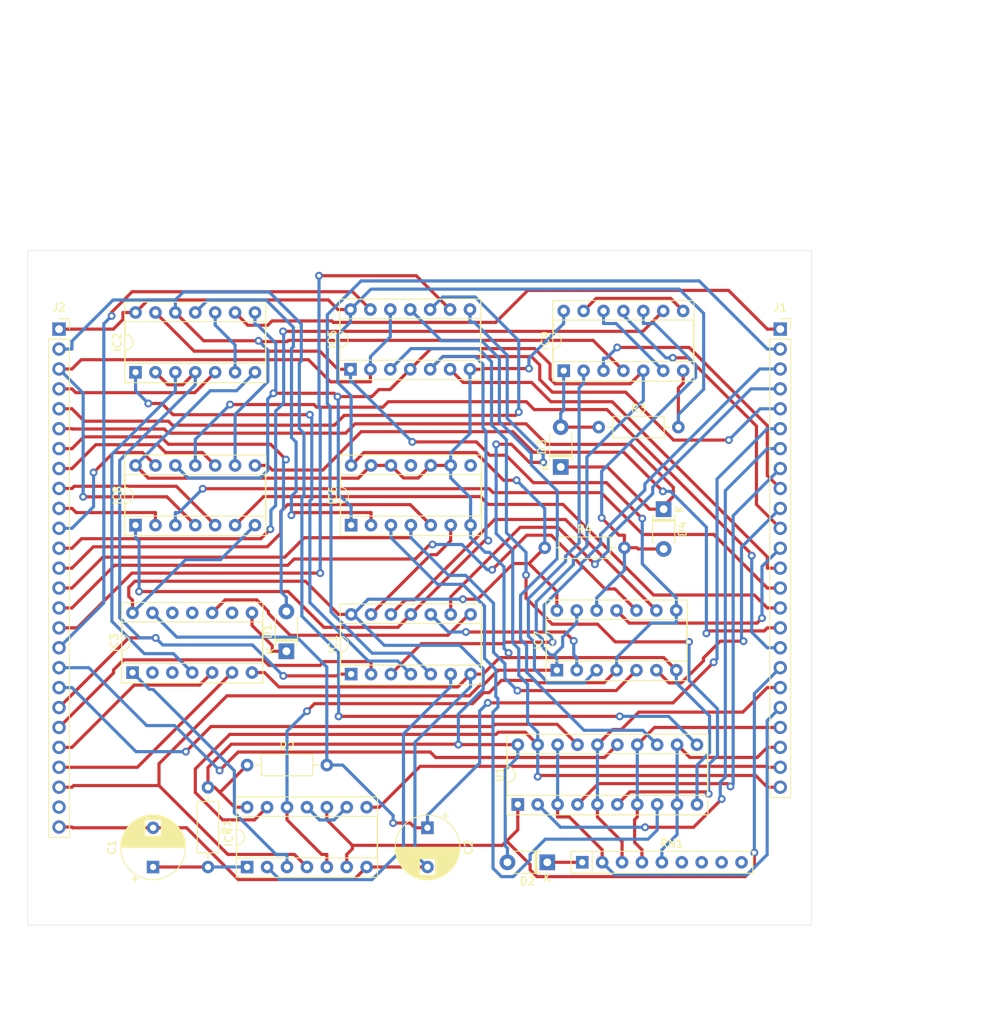
<source format=kicad_pcb>
(kicad_pcb (version 20221018) (generator pcbnew)
  (layers (0 "F.Cu" signal) (31 "B.Cu" signal) (34 "B.Paste" user) (35 "F.Paste" user) (36 "B.SilkS" user "B.Silkscreen") (37 "F.SilkS" user "F.Silkscreen") (38 "B.Mask" user) (39 "F.Mask" user) (44 "Edge.Cuts" user))
  (net 0 "")
  (net 1 "Net-(C1-Pad1)")
  (net 2 "GND")
  (net 3 "/ESP_WAIT_RESET")
  (net 4 "Net-(D1-K)")
  (net 5 "/Z80_CONTROL.WAIT")
  (net 6 "Net-(D2-K)")
  (net 7 "+5V")
  (net 8 "/Z80_CONTROL.BUSRQ")
  (net 9 "/GLUE_ZXspectrum/Z80 BUS CONTROL/Z80_ADD_CONNECT")
  (net 10 "/GLUE_ZXspectrum/Z80 BUS CONTROL/Z80_DATA_CONNECT")
  (net 11 "/ESP_HARDLOCK")
  (net 12 "/!ESP_HARDLOCK")
  (net 13 "/Z80_HARDLOCK_SET")
  (net 14 "Net-(IC1-Pad4)")
  (net 15 "/Z80_HARDLOCK_RESET")
  (net 16 "Net-(IC1-Pad6)")
  (net 17 "Net-(IC3B-~{S})")
  (net 18 "/WAIT_IO")
  (net 19 "/GLUE_ZXspectrum/Z80 BUS CONTROL/!CACHE_DATASTATUS")
  (net 20 "/CACHE_DATASTATUS")
  (net 21 "Net-(IC1-Pad12)")
  (net 22 "Net-(IC1-Pad13)")
  (net 23 "/GLUE_ZXspectrum/PRE_Z80_HARDLOCK")
  (net 24 "/Z80_CONTROL.IORQ")
  (net 25 "Net-(IC2-Pad10)")
  (net 26 "/PERM_Z80_IORQ")
  (net 27 "/IORQ_FILTER_BIT")
  (net 28 "Net-(IC2-Pad11)")
  (net 29 "/Z80_CONTROL.RD")
  (net 30 "/GLUE_ZXspectrum/ESP_IOD_CONFIG")
  (net 31 "/GLUE_ZXspectrum/CLR_Z80_HARDLOCK")
  (net 34 "/Z80_HARDLOCK")
  (net 35 "/!Z80_HARDLOCK")
  (net 39 "/RIO_CONTROL.A16")
  (net 40 "/RIO_CONTROL.CE")
  (net 41 "Net-(IC4-Pad11)")
  (net 42 "/RIO_CONTROL.ROM_RDY")
  (net 43 "/Z80_CONTROL.WR")
  (net 44 "/GLUE_ZXspectrum/RIO CONTROL/Z80_WR+ESP_IOD_CONFIG")
  (net 45 "/CACHE_CONTROL.DATASTATUS+PERM_Z80_IORQ")
  (net 46 "/ESP_CONTROL.ROMCS")
  (net 47 "/Z80_CONTROL.MEMRQ")
  (net 48 "/GLUE_ZXspectrum/RIO CONTROL/ROM_WR_PROTECT+Z80_WR")
  (net 49 "/ESP_ROM_WR_PROTECT")
  (net 50 "/GLUE_ZXspectrum/RIO CONTROL/Z80_RD+ESP_IOD_CONFIG+PERM_Z80_IORQ")
  (net 51 "/ESP_CONTROL.MEMRQ")
  (net 52 "/ESP_CONTROL.IORQ")
  (net 55 "Net-(IC7-Pad3)")
  (net 56 "/Z80_BUS_CONTROL.Z80_ADD_DIR")
  (net 57 "/ESP_CONTROL.BUSRQ")
  (net 58 "/Z80_BUS_CONTROL.Z80_DATA_OE")
  (net 59 "/LOCAL_CONTROL.IORQ")
  (net 60 "/CACHE_CONTROL.A16")
  (net 61 "/LOCAL_CONTROL.WR")
  (net 62 "/CACHE_CONTROL.WE")
  (net 63 "/CACHE_CONTROL.OE")
  (net 64 "/LOCAL_CONTROL.RD")
  (net 65 "/CACHE_CONTROL.CS")
  (net 66 "/LOCAL_CONTROL.MEMRQ")
  (net 67 "/Z80_BUS_CONTROL.Z80_ADD_OE")
  (net 68 "Net-(IC9-Pad12)")
  (net 69 "Net-(IC9-Pad13)")
  (net 70 "/ESP_CONTROL.WR")
  (net 71 "/Z80_BUS_CONTROL.Z80_DATA_DIR")
  (net 72 "/RIO_CONTROL.OE")
  (net 73 "/RIO_CONTROL.WE")
  (net 74 "/RIO_CONTROL.A15")
  (net 75 "/RIO_CONTROL.A14")
  (net 80 "/Z80_A15")
  (net 81 "/Z80_A14")
  (net 82 "/ESP_ROMSEL_0")
  (net 83 "/ESP_ROMSEL_1")
  (footprint "Connector_PinSocket_2.54mm:PinSocket_1x26_P2.54mm_Vertical" (layer "F.Cu") (at 110 68)
    (fp_text reference "J2")
    (fp_text value "Conn_01x26_Socket")
  )
  (footprint "Diode_THT:D_T-1_P5.08mm_Horizontal" (layer "F.Cu") (at 172.28 136 180)
    (fp_text reference "D2")
    (fp_text value "1N4148")
  )
  (footprint "Resistor_THT:R_Axial_DIN0207_L6.3mm_D2.5mm_P10.16mm_Horizontal" (layer "F.Cu") (at 129 126.4373 -90)
    (fp_text reference "R1")
    (fp_text value "22K")
  )
  (footprint "Package_DIP:DIP-14_W7.62mm_Socket" (layer "F.Cu") (at 147.18 73.12 90)
    (fp_text reference "IC5")
    (fp_text value "74HC32N")
  )
  (footprint "Resistor_THT:R_Axial_DIN0207_L6.3mm_D2.5mm_P10.16mm_Horizontal" (layer "F.Cu") (at 171.96 95.88)
    (fp_text reference "R4")
    (fp_text value "10K")
  )
  (footprint "Package_DIP:DIP-14_W7.62mm_Socket" (layer "F.Cu") (at 134 136.5973 90)
    (fp_text reference "IC4")
    (fp_text value "74HC08N")
  )
  (footprint "Diode_THT:D_T-1_P5.08mm_Horizontal" (layer "F.Cu") (at 174 85.58 90)
    (fp_text reference "D3")
    (fp_text value "1N4148")
  )
  (footprint "Connector_PinSocket_2.54mm:PinSocket_1x24_P2.54mm_Vertical" (layer "F.Cu") (at 202 68)
    (fp_text reference "J1")
    (fp_text value "Conn_01x24_Socket")
  )
  (footprint "Package_DIP:DIP-14_W7.62mm_Socket" (layer "F.Cu") (at 119.76 93 90)
    (fp_text reference "IC8")
    (fp_text value "74HC08N")
  )
  (footprint "Capacitor_THT:CP_Radial_D8.0mm_P5.00mm" (layer "F.Cu") (at 122 136.5973 90)
    (fp_text reference "C1")
    (fp_text value "10UF")
  )
  (footprint "Package_DIP:DIP-14_W7.62mm_Socket" (layer "F.Cu") (at 147.26 112 90)
    (fp_text reference "IC1")
    (fp_text value "7404N")
  )
  (footprint "Resistor_THT:R_Array_SIP9" (layer "F.Cu") (at 176.74 136)
    (fp_text reference "RN1")
    (fp_text value "4609M-101-103LF")
  )
  (footprint "Capacitor_THT:CP_Radial_D8.0mm_P5.00mm" (layer "F.Cu") (at 157 131.5973 -90)
    (fp_text reference "C2")
    (fp_text value "10UF")
  )
  (footprint "Package_DIP:DIP-14_W7.62mm_Socket" (layer "F.Cu") (at 174.375 73.3 90)
    (fp_text reference "IC9")
    (fp_text value "74HC32N")
  )
  (footprint "Resistor_THT:R_Axial_DIN0207_L6.3mm_D2.5mm_P10.16mm_Horizontal" (layer "F.Cu") (at 134 123.5973)
    (fp_text reference "R2")
    (fp_text value "22K")
  )
  (footprint "Package_DIP:DIP-20_W7.62mm_Socket" (layer "F.Cu") (at 168.52 128.62 90)
    (fp_text reference "U1")
    (fp_text value "74HC244N")
  )
  (footprint "Diode_THT:D_T-1_P5.08mm_Horizontal" (layer "F.Cu") (at 187.125 90.96 -90)
    (fp_text reference "D4")
    (fp_text value "1N4148")
  )
  (footprint "Package_DIP:DIP-14_W7.62mm_Socket" (layer "F.Cu") (at 119.76 73.5 90)
    (fp_text reference "IC2")
    (fp_text value "74HC32N")
  )
  (footprint "Package_DIP:DIP-14_W7.62mm_Socket" (layer "F.Cu") (at 173.5 111.5 90)
    (fp_text reference "IC7")
    (fp_text value "74HC32N")
  )
  (footprint "Package_DIP:DIP-14_W7.62mm_Socket" (layer "F.Cu") (at 119.375 111.8 90)
    (fp_text reference "IC3")
    (fp_text value "7474N")
  )
  (footprint "Package_DIP:DIP-14_W7.62mm_Socket" (layer "F.Cu") (at 147.26 93 90)
    (fp_text reference "IC6")
    (fp_text value "74HC08N")
  )
  (footprint "Diode_THT:D_T-1_P5.08mm_Horizontal" (layer "F.Cu") (at 139 109.08 90)
    (fp_text reference "D1")
    (fp_text value "1N4148")
  )
  (footprint "Resistor_THT:R_Axial_DIN0207_L6.3mm_D2.5mm_P10.16mm_Horizontal" (layer "F.Cu") (at 178.84 80.5)
    (fp_text reference "R3")
    (fp_text value "10K")
  )
  (gr_rect (start 106 58) (end 206 144) (stroke (width 0.05)) (fill none) (layer "Edge.Cuts"))
  (segment (start 122 136.5973) (end 129 136.5973) (width 0.4) (layer "F.Cu") (net 1))
  (segment (start 129 136.5973) (end 134 136.5973) (width 0.4) (layer "B.Cu") (net 1))
  (segment (start 122 131.5973) (end 111.7474 131.5973) (width 0.4) (layer "F.Cu") (net 2))
  (segment (start 119.76 85.38) (end 121.3872 87.0072) (width 0.4) (layer "F.Cu") (net 2))
  (segment (start 167.3443 109.8896) (end 167.3443 109.3036) (width 0.4) (layer "F.Cu") (net 2))
  (segment (start 187.1296 109.8896) (end 167.3443 109.8896) (width 0.4) (layer "F.Cu") (net 2))
  (segment (start 149.24 136.5973) (end 147.6398 138.1975) (width 0.4) (layer "F.Cu") (net 2))
  (segment (start 162.42 73.12) (end 164.0201 73.12) (width 0.4) (layer "F.Cu") (net 2))
  (segment (start 126.2685 131.5973) (end 122 131.5973) (width 0.4) (layer "F.Cu") (net 2))
  (segment (start 148.1728 87.0072) (end 149.8 85.38) (width 0.4) (layer "F.Cu") (net 2))
  (segment (start 152.34 85.38) (end 151.4001 85.38) (width 0.4) (layer "F.Cu") (net 2))
  (segment (start 138.046 113.6309) (end 136.2151 111.8) (width 0.4) (layer "F.Cu") (net 2))
  (segment (start 157 136.5973) (end 149.24 136.5973) (width 0.4) (layer "F.Cu") (net 2))
  (segment (start 132.8687 138.1975) (end 126.2685 131.5973) (width 0.4) (layer "F.Cu") (net 2))
  (segment (start 153.9401 86.9801) (end 152.34 85.38) (width 0.4) (layer "F.Cu") (net 2))
  (segment (start 121.3872 87.0072) (end 148.1728 87.0072) (width 0.4) (layer "F.Cu") (net 2))
  (segment (start 157.42 85.38) (end 155.8199 86.9801) (width 0.4) (layer "F.Cu") (net 2))
  (segment (start 149.8 85.38) (end 151.4001 85.38) (width 0.4) (layer "F.Cu") (net 2))
  (segment (start 160.8691 113.6309) (end 138.046 113.6309) (width 0.4) (layer "F.Cu") (net 2))
  (segment (start 164.0201 73.12) (end 164.1121 73.028) (width 0.4) (layer "F.Cu") (net 2))
  (segment (start 147.6398 138.1975) (end 132.8687 138.1975) (width 0.4) (layer "F.Cu") (net 2))
  (segment (start 111.7474 131.5973) (end 111.6501 131.5) (width 0.4) (layer "F.Cu") (net 2))
  (segment (start 134.615 111.8) (end 136.2151 111.8) (width 0.4) (layer "F.Cu") (net 2))
  (segment (start 159.96 85.38) (end 157.42 85.38) (width 0.4) (layer "F.Cu") (net 2))
  (segment (start 188.74 111.5) (end 187.1296 109.8896) (width 0.4) (layer "F.Cu") (net 2))
  (segment (start 110 131.5) (end 111.6501 131.5) (width 0.4) (layer "F.Cu") (net 2))
  (segment (start 166.2105 109.8896) (end 164.1001 112) (width 0.4) (layer "F.Cu") (net 2))
  (segment (start 167.3443 109.8896) (end 166.2105 109.8896) (width 0.4) (layer "F.Cu") (net 2))
  (segment (start 164.1121 73.028) (end 169.9423 73.028) (width 0.4) (layer "F.Cu") (net 2))
  (segment (start 162.5 112) (end 160.8691 113.6309) (width 0.4) (layer "F.Cu") (net 2))
  (segment (start 162.5 112) (end 164.1001 112) (width 0.4) (layer "F.Cu") (net 2))
  (segment (start 155.8199 86.9801) (end 153.9401 86.9801) (width 0.4) (layer "F.Cu") (net 2))
  (via (at 169.9423 73.028) (size 1) (drill 0.5) (layers "F.Cu" "B.Cu") (net 2))
  (via (at 167.3443 109.3036) (size 1) (drill 0.5) (layers "F.Cu" "B.Cu") (net 2))
  (segment (start 188.74 113.1001) (end 192.9802 117.3403) (width 0.4) (layer "B.Cu") (net 2))
  (segment (start 174.375 67.2801) (end 169.9423 71.7128) (width 0.4) (layer "B.Cu") (net 2))
  (segment (start 169.9423 71.7128) (end 169.9423 73.028) (width 0.4) (layer "B.Cu") (net 2))
  (segment (start 119.76 85.38) (end 129.2844 75.8556) (width 0.4) (layer "B.Cu") (net 2))
  (segment (start 159.96 85.38) (end 159.96 86.9801) (width 0.4) (layer "B.Cu") (net 2))
  (segment (start 132.6444 75.8556) (end 135 73.5) (width 0.4) (layer "B.Cu") (net 2))
  (segment (start 188.74 111.9921) (end 188.74 111.5) (width 0.4) (layer "B.Cu") (net 2))
  (segment (start 192.9802 122.0078) (end 191.38 123.608) (width 0.4) (layer "B.Cu") (net 2))
  (segment (start 162.5 93) (end 162.5 89.5201) (width 0.4) (layer "B.Cu") (net 2))
  (segment (start 174.375 65.68) (end 174.375 67.2801) (width 0.4) (layer "B.Cu") (net 2))
  (segment (start 191.38 123.608) (end 191.38 127.0199) (width 0.4) (layer "B.Cu") (net 2))
  (segment (start 157 136.5973) (end 155.3998 134.9971) (width 0.4) (layer "B.Cu") (net 2))
  (segment (start 129.2844 75.8556) (end 132.6444 75.8556) (width 0.4) (layer "B.Cu") (net 2))
  (segment (start 155.3998 120.7003) (end 162.5 113.6001) (width 0.4) (layer "B.Cu") (net 2))
  (segment (start 192.9802 117.3403) (end 192.9802 122.0078) (width 0.4) (layer "B.Cu") (net 2))
  (segment (start 188.74 111.9921) (end 188.74 113.1001) (width 0.4) (layer "B.Cu") (net 2))
  (segment (start 167.3443 109.3036) (end 166.7583 108.7176) (width 0.4) (layer "B.Cu") (net 2))
  (segment (start 164.3599 96.46) (end 162.5 94.6001) (width 0.4) (layer "B.Cu") (net 2))
  (segment (start 191.38 128.62) (end 191.38 127.0199) (width 0.4) (layer "B.Cu") (net 2))
  (segment (start 162.42 73.12) (end 162.42 74.7201) (width 0.4) (layer "B.Cu") (net 2))
  (segment (start 159.96 83.7799) (end 162.42 81.3199) (width 0.4) (layer "B.Cu") (net 2))
  (segment (start 162.5 112) (end 162.5 113.6001) (width 0.4) (layer "B.Cu") (net 2))
  (segment (start 166.7583 108.7176) (end 166.7583 98.3178) (width 0.4) (layer "B.Cu") (net 2))
  (segment (start 162.5 89.5201) (end 159.96 86.9801) (width 0.4) (layer "B.Cu") (net 2))
  (segment (start 164.9005 96.46) (end 164.3599 96.46) (width 0.4) (layer "B.Cu") (net 2))
  (segment (start 159.96 85.38) (end 159.96 83.7799) (width 0.4) (layer "B.Cu") (net 2))
  (segment (start 166.7583 98.3178) (end 164.9005 96.46) (width 0.4) (layer "B.Cu") (net 2))
  (segment (start 162.5 93) (end 162.5 94.6001) (width 0.4) (layer "B.Cu") (net 2))
  (segment (start 155.3998 134.9971) (end 155.3998 120.7003) (width 0.4) (layer "B.Cu") (net 2))
  (segment (start 162.42 81.3199) (end 162.42 74.7201) (width 0.4) (layer "B.Cu") (net 2))
  (segment (start 154.7927 130.9901) (end 152.6125 130.9901) (width 0.4) (layer "F.Cu") (net 3))
  (segment (start 155.3999 131.5973) (end 154.7927 130.9901) (width 0.4) (layer "F.Cu") (net 3))
  (segment (start 188.3207 115.6649) (end 164.6922 115.6649) (width 0.4) (layer "F.Cu") (net 3))
  (segment (start 157 131.5973) (end 155.3999 131.5973) (width 0.4) (layer "F.Cu") (net 3))
  (segment (start 193.5037 110.4819) (end 188.3207 115.6649) (width 0.4) (layer "F.Cu") (net 3))
  (via (at 193.5037 110.4819) (size 1) (drill 0.5) (layers "F.Cu" "B.Cu") (net 3))
  (via (at 152.6125 130.9901) (size 1) (drill 0.5) (layers "F.Cu" "B.Cu") (net 3))
  (via (at 164.6922 115.6649) (size 1) (drill 0.5) (layers "F.Cu" "B.Cu") (net 3))
  (segment (start 144.16 111.0969) (end 140.343 107.2799) (width 0.4) (layer "B.Cu") (net 3))
  (segment (start 146.1779 123.5973) (end 152.6125 130.0319) (width 0.4) (layer "B.Cu") (net 3))
  (segment (start 193.9356 110.05) (end 193.5037 110.4819) (width 0.4) (layer "B.Cu") (net 3))
  (segment (start 144.16 121.9972) (end 144.16 111.0969) (width 0.4) (layer "B.Cu") (net 3))
  (segment (start 152.6125 130.0319) (end 152.6125 130.9901) (width 0.4) (layer "B.Cu") (net 3))
  (segment (start 193.9356 87.1143) (end 193.9356 110.05) (width 0.4) (layer "B.Cu") (net 3))
  (segment (start 140.343 107.2799) (end 125.0149 107.2799) (width 0.4) (layer "B.Cu") (net 3))
  (segment (start 163.6534 116.7037) (end 163.6534 123.3438) (width 0.4) (layer "B.Cu") (net 3))
  (segment (start 125.0149 107.2799) (end 121.915 104.18) (width 0.4) (layer "B.Cu") (net 3))
  (segment (start 200.3499 80.7) (end 193.9356 87.1143) (width 0.4) (layer "B.Cu") (net 3))
  (segment (start 144.16 123.5973) (end 146.1779 123.5973) (width 0.4) (layer "B.Cu") (net 3))
  (segment (start 144.16 123.5973) (end 144.16 121.9972) (width 0.4) (layer "B.Cu") (net 3))
  (segment (start 163.6534 123.3438) (end 157 129.9972) (width 0.4) (layer "B.Cu") (net 3))
  (segment (start 202 80.7) (end 200.3499 80.7) (width 0.4) (layer "B.Cu") (net 3))
  (segment (start 157 131.5973) (end 157 129.9972) (width 0.4) (layer "B.Cu") (net 3))
  (segment (start 164.6922 115.6649) (end 163.6534 116.7037) (width 0.4) (layer "B.Cu") (net 3))
  (segment (start 137.1999 109.08) (end 137.1999 108.365) (width 0.4) (layer "F.Cu") (net 4))
  (segment (start 139 109.08) (end 137.1999 109.08) (width 0.4) (layer "F.Cu") (net 4))
  (segment (start 134.615 104.18) (end 134.615 105.7801) (width 0.4) (layer "F.Cu") (net 4))
  (segment (start 137.1999 108.365) (end 134.615 105.7801) (width 0.4) (layer "F.Cu") (net 4))
  (segment (start 111.6501 83.24) (end 113.1509 81.7392) (width 0.4) (layer "F.Cu") (net 5))
  (segment (start 123.0084 81.7392) (end 123.9522 82.683) (width 0.4) (layer "F.Cu") (net 5))
  (segment (start 113.1509 81.7392) (end 123.0084 81.7392) (width 0.4) (layer "F.Cu") (net 5))
  (segment (start 136.9903 82.683) (end 138.9401 84.6328) (width 0.4) (layer "F.Cu") (net 5))
  (segment (start 123.9522 82.683) (end 136.9903 82.683) (width 0.4) (layer "F.Cu") (net 5))
  (segment (start 110 83.24) (end 111.6501 83.24) (width 0.4) (layer "F.Cu") (net 5))
  (via (at 138.9401 84.6328) (size 1) (drill 0.5) (layers "F.Cu" "B.Cu") (net 5))
  (segment (start 138.6353 90.9072) (end 138.3352 91.2073) (width 0.4) (layer "B.Cu") (net 5))
  (segment (start 138.3352 101.5351) (end 139 102.1999) (width 0.4) (layer "B.Cu") (net 5))
  (segment (start 138.6353 84.9376) (end 138.6353 90.9072) (width 0.4) (layer "B.Cu") (net 5))
  (segment (start 139 104) (end 139 102.1999) (width 0.4) (layer "B.Cu") (net 5))
  (segment (start 138.3352 91.2073) (end 138.3352 101.5351) (width 0.4) (layer "B.Cu") (net 5))
  (segment (start 138.9401 84.6328) (end 138.6353 84.9376) (width 0.4) (layer "B.Cu") (net 5))
  (segment (start 176.74 136) (end 172.28 136) (width 0.4) (layer "F.Cu") (net 6))
  (segment (start 189.615 73.3) (end 189.615 74.9001) (width 0.4) (layer "F.Cu") (net 7))
  (segment (start 119.6763 100.1525) (end 141.4324 100.1525) (width 0.4) (layer "F.Cu") (net 7))
  (segment (start 189 80.5) (end 189 78.8999) (width 0.4) (layer "F.Cu") (net 7))
  (segment (start 129 123.9098) (end 129 126.4373) (width 0.4) (layer "F.Cu") (net 7))
  (segment (start 119.375 102.5799) (end 118.8953 102.1002) (width 0.4) (layer "F.Cu") (net 7))
  (segment (start 161.5187 102.4436) (end 163.4065 102.4436) (width 0.4) (layer "F.Cu") (net 7))
  (segment (start 111.6501 68) (end 116.9288 68) (width 0.4) (layer "F.Cu") (net 7))
  (segment (start 130.51 127.0873) (end 132.3999 128.9773) (width 0.4) (layer "F.Cu") (net 7))
  (segment (start 129.8599 126.4373) (end 130.51 127.0873) (width 0.4) (layer "F.Cu") (net 7))
  (segment (start 189 75.5151) (end 189 78.8999) (width 0.4) (layer "F.Cu") (net 7))
  (segment (start 160.8849 120.933) (end 131.9768 120.933) (width 0.4) (layer "F.Cu") (net 7))
  (segment (start 129 126.4373) (end 129.8599 126.4373) (width 0.4) (layer "F.Cu") (net 7))
  (segment (start 134 128.9773) (end 132.3999 128.9773) (width 0.4) (layer "F.Cu") (net 7))
  (segment (start 147.26 85.38) (end 148.8978 83.7422) (width 0.4) (layer "F.Cu") (net 7))
  (segment (start 148.8978 83.7422) (end 163.1834 83.7422) (width 0.4) (layer "F.Cu") (net 7))
  (segment (start 173.5 101.4478) (end 173.5 103.88) (width 0.4) (layer "F.Cu") (net 7))
  (segment (start 166.9092 120.9893) (end 160.9412 120.9893) (width 0.4) (layer "F.Cu") (net 7))
  (segment (start 169.9461 97.8939) (end 173.5 101.4478) (width 0.4) (layer "F.Cu") (net 7))
  (segment (start 130.51 127.0873) (end 134 123.5973) (width 0.4) (layer "F.Cu") (net 7))
  (segment (start 147.18 65.5) (end 145.5799 65.5) (width 0.4) (layer "F.Cu") (net 7))
  (segment (start 163.4065 102.4436) (end 167.9562 97.8939) (width 0.4) (layer "F.Cu") (net 7))
  (segment (start 144.3568 64.2769) (end 145.5799 65.5) (width 0.4) (layer "F.Cu") (net 7))
  (segment (start 118.1599 66.7689) (end 118.1599 65.88) (width 0.4) (layer "F.Cu") (net 7))
  (segment (start 166.7146 87.2734) (end 168.3655 87.2734) (width 0.4) (layer "F.Cu") (net 7))
  (segment (start 131.9768 120.933) (end 129 123.9098) (width 0.4) (layer "F.Cu") (net 7))
  (segment (start 118.8953 100.9335) (end 119.6763 100.1525) (width 0.4) (layer "F.Cu") (net 7))
  (segment (start 121.3631 64.2769) (end 144.3568 64.2769) (width 0.4) (layer "F.Cu") (net 7))
  (segment (start 160.9412 120.9893) (end 160.8849 120.933) (width 0.4) (layer "F.Cu") (net 7))
  (segment (start 119.76 65.88) (end 118.1599 65.88) (width 0.4) (layer "F.Cu") (net 7))
  (segment (start 119.375 104.18) (end 119.375 102.5799) (width 0.4) (layer "F.Cu") (net 7))
  (segment (start 171.96 95.88) (end 169.9461 97.8939) (width 0.4) (layer "F.Cu") (net 7))
  (segment (start 116.9288 68) (end 118.1599 66.7689) (width 0.4) (layer "F.Cu") (net 7))
  (segment (start 141.4324 100.1525) (end 145.6599 104.38) (width 0.4) (layer "F.Cu") (net 7))
  (segment (start 163.1834 83.7422) (end 166.7146 87.2734) (width 0.4) (layer "F.Cu") (net 7))
  (segment (start 189.615 74.9001) (end 189 75.5151) (width 0.4) (layer "F.Cu") (net 7))
  (segment (start 119.76 65.88) (end 121.3631 64.2769) (width 0.4) (layer "F.Cu") (net 7))
  (segment (start 168.52 121) (end 166.9199 121) (width 0.4) (layer "F.Cu") (net 7))
  (segment (start 147.26 104.38) (end 145.6599 104.38) (width 0.4) (layer "F.Cu") (net 7))
  (segment (start 110 68) (end 111.6501 68) (width 0.4) (layer "F.Cu") (net 7))
  (segment (start 166.9199 121) (end 166.9092 120.9893) (width 0.4) (layer "F.Cu") (net 7))
  (segment (start 118.8953 102.1002) (end 118.8953 100.9335) (width 0.4) (layer "F.Cu") (net 7))
  (segment (start 167.9562 97.8939) (end 169.9461 97.8939) (width 0.4) (layer "F.Cu") (net 7))
  (via (at 161.5187 102.4436) (size 1) (drill 0.5) (layers "F.Cu" "B.Cu") (net 7))
  (via (at 160.9412 120.9893) (size 1) (drill 0.5) (layers "F.Cu" "B.Cu") (net 7))
  (via (at 168.3655 87.2734) (size 1) (drill 0.5) (layers "F.Cu" "B.Cu") (net 7))
  (segment (start 164.1127 111.314) (end 161.1274 108.3287) (width 0.4) (layer "B.Cu") (net 7))
  (segment (start 192.2273 65.9961) (end 192.2273 75.6726) (width 0.4) (layer "B.Cu") (net 7))
  (segment (start 145.5568 74.8004) (end 145.5568 68.7233) (width 0.4) (layer "B.Cu") (net 7))
  (segment (start 147.26 76.5036) (end 145.5568 74.8004) (width 0.4) (layer "B.Cu") (net 7))
  (segment (start 119.375 104.18) (end 126.152 97.403) (width 0.4) (layer "B.Cu") (net 7))
  (segment (start 171.96 95.88) (end 171.96 90.8679) (width 0.4) (layer "B.Cu") (net 7))
  (segment (start 147.26 104.38) (end 147.2785 104.3615) (width 0.4) (layer "B.Cu") (net 7))
  (segment (start 145.5568 68.7233) (end 147.18 67.1001) (width 0.4) (layer "B.Cu") (net 7))
  (segment (start 168.52 121) (end 168.52 122.6001) (width 0.4) (layer "B.Cu") (net 7))
  (segment (start 166.9198 124.2003) (end 168.52 122.6001) (width 0.4) (layer "B.Cu") (net 7))
  (segment (start 147.18 65.5) (end 147.18 67.1001) (width 0.4) (layer "B.Cu") (net 7))
  (segment (start 147.26 85.38) (end 147.26 83.7799) (width 0.4) (layer "B.Cu") (net 7))
  (segment (start 160.9412 120.9893) (end 160.9412 117.0993) (width 0.4) (layer "B.Cu") (net 7))
  (segment (start 130.597 97.403) (end 135 93) (width 0.4) (layer "B.Cu") (net 7))
  (segment (start 147.26 83.7799) (end 147.26 76.5036) (width 0.4) (layer "B.Cu") (net 7))
  (segment (start 171.96 90.8679) (end 168.3655 87.2734) (width 0.4) (layer "B.Cu") (net 7))
  (segment (start 149.4364 102.4436) (end 161.5187 102.4436) (width 0.4) (layer "B.Cu") (net 7))
  (segment (start 189 80.5) (end 189 78.8999) (width 0.4) (layer "B.Cu") (net 7))
  (segment (start 166.9198 133.9197) (end 166.9198 124.2003) (width 0.4) (layer "B.Cu") (net 7))
  (segment (start 147.18 65.5) (end 149.7834 62.8966) (width 0.4) (layer "B.Cu") (net 7))
  (segment (start 161.1274 108.3287) (end 151.4857 108.3287) (width 0.4) (layer "B.Cu") (net 7))
  (segment (start 167.2 136) (end 167.2 134.1999) (width 0.4) (layer "B.Cu") (net 7))
  (segment (start 192.2273 75.6726) (end 189 78.8999) (width 0.4) (layer "B.Cu") (net 7))
  (segment (start 147.5185 104.3615) (end 149.4364 102.4436) (width 0.4) (layer "B.Cu") (net 7))
  (segment (start 164.1127 113.9278) (end 164.1127 111.314) (width 0.4) (layer "B.Cu") (net 7))
  (segment (start 151.4857 108.3287) (end 147.5185 104.3615) (width 0.4) (layer "B.Cu") (net 7))
  (segment (start 147.2785 104.3615) (end 147.5185 104.3615) (width 0.4) (layer "B.Cu") (net 7))
  (segment (start 167.2 134.1999) (end 166.9198 133.9197) (width 0.4) (layer "B.Cu") (net 7))
  (segment (start 160.9412 117.0993) (end 164.1127 113.9278) (width 0.4) (layer "B.Cu") (net 7))
  (segment (start 126.152 97.403) (end 130.597 97.403) (width 0.4) (layer "B.Cu") (net 7))
  (segment (start 149.7834 62.8966) (end 189.1278 62.8966) (width 0.4) (layer "B.Cu") (net 7))
  (segment (start 189.1278 62.8966) (end 192.2273 65.9961) (width 0.4) (layer "B.Cu") (net 7))
  (segment (start 186.6772 90.96) (end 186.7295 90.96) (width 0.4) (layer "F.Cu") (net 8))
  (segment (start 182.8835 82.6985) (end 188.3619 88.1769) (width 0.4) (layer "F.Cu") (net 8))
  (segment (start 169.5807 80.0794) (end 172.1998 82.6985) (width 0.4) (layer "F.Cu") (net 8))
  (segment (start 185.3249 90.96) (end 179.9449 85.58) (width 0.4) (layer "F.Cu") (net 8))
  (segment (start 179.9449 85.58) (end 174 85.58) (width 0.4) (layer "F.Cu") (net 8))
  (segment (start 188.3619 89.3276) (end 186.7295 90.96) (width 0.4) (layer "F.Cu") (net 8))
  (segment (start 111.6892 80.7391) (end 123.4226 80.7391) (width 0.4) (layer "F.Cu") (net 8))
  (segment (start 146.5654 81.2663) (end 147.7523 80.0794) (width 0.4) (layer "F.Cu") (net 8))
  (segment (start 147.7523 80.0794) (end 169.5807 80.0794) (width 0.4) (layer "F.Cu") (net 8))
  (segment (start 110 80.7) (end 111.6501 80.7) (width 0.4) (layer "F.Cu") (net 8))
  (segment (start 123.4226 80.7391) (end 123.9498 81.2663) (width 0.4) (layer "F.Cu") (net 8))
  (segment (start 111.6501 80.7) (end 111.6892 80.7391) (width 0.4) (layer "F.Cu") (net 8))
  (segment (start 188.3619 88.1769) (end 188.3619 89.3276) (width 0.4) (layer "F.Cu") (net 8))
  (segment (start 187.125 90.96) (end 186.7295 90.96) (width 0.4) (layer "F.Cu") (net 8))
  (segment (start 186.6772 90.96) (end 185.3249 90.96) (width 0.4) (layer "F.Cu") (net 8))
  (segment (start 172.1998 82.6985) (end 182.8835 82.6985) (width 0.4) (layer "F.Cu") (net 8))
  (segment (start 123.9498 81.2663) (end 146.5654 81.2663) (width 0.4) (layer "F.Cu") (net 8))
  (segment (start 174 80.5) (end 178.84 80.5) (width 0.4) (layer "F.Cu") (net 9))
  (segment (start 174 80.5) (end 174 78.6999) (width 0.4) (layer "B.Cu") (net 9))
  (segment (start 174 78.6999) (end 174.375 78.3249) (width 0.4) (layer "B.Cu") (net 9))
  (segment (start 174.375 78.3249) (end 174.375 73.3) (width 0.4) (layer "B.Cu") (net 9))
  (segment (start 182.12 94.2799) (end 181.4299 94.2799) (width 0.4) (layer "F.Cu") (net 10))
  (segment (start 181.4299 94.2799) (end 179.2226 92.0726) (width 0.4) (layer "F.Cu") (net 10))
  (segment (start 183.8801 96.04) (end 183.7201 95.88) (width 0.4) (layer "F.Cu") (net 10))
  (segment (start 187.125 96.04) (end 183.8801 96.04) (width 0.4) (layer "F.Cu") (net 10))
  (segment (start 182.12 95.88) (end 182.12 94.2799) (width 0.4) (layer "F.Cu") (net 10))
  (segment (start 182.12 95.88) (end 183.7201 95.88) (width 0.4) (layer "F.Cu") (net 10))
  (via (at 179.2226 92.0726) (size 1) (drill 0.5) (layers "F.Cu" "B.Cu") (net 10))
  (segment (start 184.535 67.2801) (end 185.9388 67.2801) (width 0.4) (layer "B.Cu") (net 10))
  (segment (start 185.9388 67.2801) (end 191.2187 72.56) (width 0.4) (layer "B.Cu") (net 10))
  (segment (start 178.58 103.88) (end 178.58 102.2799) (width 0.4) (layer "B.Cu") (net 10))
  (segment (start 182.12 98.7399) (end 178.58 102.2799) (width 0.4) (layer "B.Cu") (net 10))
  (segment (start 179.2226 86.1124) (end 179.2226 92.0726) (width 0.4) (layer "B.Cu") (net 10))
  (segment (start 184.535 65.68) (end 184.535 67.2801) (width 0.4) (layer "B.Cu") (net 10))
  (segment (start 191.2187 72.56) (end 191.2187 74.1163) (width 0.4) (layer "B.Cu") (net 10))
  (segment (start 182.12 95.88) (end 182.12 98.7399) (width 0.4) (layer "B.Cu") (net 10))
  (segment (start 191.2187 74.1163) (end 179.2226 86.1124) (width 0.4) (layer "B.Cu") (net 10))
  (segment (start 125.7789 75.1011) (end 123.9011 75.1011) (width 0.4) (layer "F.Cu") (net 11))
  (segment (start 138.6086 112.2229) (end 145.437 112.2229) (width 0.4) (layer "F.Cu") (net 11))
  (segment (start 123.9011 75.1011) (end 122.3 73.5) (width 0.4) (layer "F.Cu") (net 11))
  (segment (start 127.38 73.5) (end 125.7789 75.1011) (width 0.4) (layer "F.Cu") (net 11))
  (segment (start 147.26 112) (end 145.6599 112) (width 0.4) (layer "F.Cu") (net 11))
  (segment (start 118.8792 107.3808) (end 110 116.26) (width 0.4) (layer "F.Cu") (net 11))
  (segment (start 122.3293 107.3808) (end 118.8792 107.3808) (width 0.4) (layer "F.Cu") (net 11))
  (segment (start 145.437 112.2229) (end 145.6599 112) (width 0.4) (layer "F.Cu") (net 11))
  (via (at 122.3293 107.3808) (size 1) (drill 0.5) (layers "F.Cu" "B.Cu") (net 11))
  (via (at 138.6086 112.2229) (size 1) (drill 0.5) (layers "F.Cu" "B.Cu") (net 11))
  (segment (start 122.3293 107.3808) (end 123.2286 108.2801) (width 0.4) (layer "B.Cu") (net 11))
  (segment (start 117.7416 84.7385) (end 117.7416 104.8349) (width 0.4) (layer "B.Cu") (net 11))
  (segment (start 117.7416 104.8349) (end 120.2875 107.3808) (width 0.4) (layer "B.Cu") (net 11))
  (segment (start 127.38 73.5) (end 127.38 75.1001) (width 0.4) (layer "B.Cu") (net 11))
  (segment (start 134.6658 108.2801) (end 138.6086 112.2229) (width 0.4) (layer "B.Cu") (net 11))
  (segment (start 127.38 75.1001) (end 117.7416 84.7385) (width 0.4) (layer "B.Cu") (net 11))
  (segment (start 123.2286 108.2801) (end 134.6658 108.2801) (width 0.4) (layer "B.Cu") (net 11))
  (segment (start 120.2875 107.3808) (end 122.3293 107.3808) (width 0.4) (layer "B.Cu") (net 11))
  (segment (start 143.7753 110.3999) (end 149.8 110.3999) (width 0.4) (layer "F.Cu") (net 12))
  (segment (start 118.2353 110.1818) (end 136.0736 110.1818) (width 0.4) (layer "F.Cu") (net 12))
  (segment (start 110 118.8) (end 116.9486 111.8514) (width 0.4) (layer "F.Cu") (net 12))
  (segment (start 149.8 112) (end 149.8 110.3999) (width 0.4) (layer "F.Cu") (net 12))
  (segment (start 116.9486 111.4685) (end 118.2353 110.1818) (width 0.4) (layer "F.Cu") (net 12))
  (segment (start 116.9486 111.8514) (end 116.9486 111.4685) (width 0.4) (layer "F.Cu") (net 12))
  (segment (start 136.7774 110.8856) (end 143.2896 110.8856) (width 0.4) (layer "F.Cu") (net 12))
  (segment (start 143.2896 110.8856) (end 143.7753 110.3999) (width 0.4) (layer "F.Cu") (net 12))
  (segment (start 136.0736 110.1818) (end 136.7774 110.8856) (width 0.4) (layer "F.Cu") (net 12))
  (segment (start 152.34 112) (end 156.2256 108.1144) (width 0.4) (layer "F.Cu") (net 13))
  (segment (start 166.8814 107.9279) (end 172.9449 107.9279) (width 0.4) (layer "F.Cu") (net 13))
  (segment (start 156.2256 108.1144) (end 166.6949 108.1144) (width 0.4) (layer "F.Cu") (net 13))
  (segment (start 166.6949 108.1144) (end 166.8814 107.9279) (width 0.4) (layer "F.Cu") (net 13))
  (via (at 172.9449 107.9279) (size 1) (drill 0.5) (layers "F.Cu" "B.Cu") (net 13))
  (segment (start 171.886 106.3494) (end 172.9449 107.4083) (width 0.4) (layer "B.Cu") (net 13))
  (segment (start 171.886 103.1904) (end 171.886 106.3494) (width 0.4) (layer "B.Cu") (net 13))
  (segment (start 199.3886 73.08) (end 184.7291 87.7395) (width 0.4) (layer "B.Cu") (net 13))
  (segment (start 184.7291 88.5205) (end 179.0696 94.18) (width 0.4) (layer "B.Cu") (net 13))
  (segment (start 172.9449 107.4083) (end 172.9449 107.9279) (width 0.4) (layer "B.Cu") (net 13))
  (segment (start 202 73.08) (end 199.3886 73.08) (width 0.4) (layer "B.Cu") (net 13))
  (segment (start 184.7291 87.7395) (end 184.7291 88.5205) (width 0.4) (layer "B.Cu") (net 13))
  (segment (start 179.0696 94.18) (end 179.0696 95.4278) (width 0.4) (layer "B.Cu") (net 13))
  (segment (start 176.615 98.4614) (end 171.886 103.1904) (width 0.4) (layer "B.Cu") (net 13))
  (segment (start 179.0696 95.4278) (end 176.615 97.8824) (width 0.4) (layer "B.Cu") (net 13))
  (segment (start 176.615 97.8824) (end 176.615 98.4614) (width 0.4) (layer "B.Cu") (net 13))
  (segment (start 124.5489 78.9166) (end 141.9861 78.9166) (width 0.4) (layer "F.Cu") (net 14))
  (segment (start 121.3918 77.4807) (end 123.113 77.4807) (width 0.4) (layer "F.Cu") (net 14))
  (segment (start 123.113 77.4807) (end 124.5489 78.9166) (width 0.4) (layer "F.Cu") (net 14))
  (via (at 141.9861 78.9166) (size 1) (drill 0.5) (layers "F.Cu" "B.Cu") (net 14))
  (via (at 121.3918 77.4807) (size 1) (drill 0.5) (layers "F.Cu" "B.Cu") (net 14))
  (segment (start 142.2406 89.6598) (end 141.9978 89.9026) (width 0.4) (layer "B.Cu") (net 14))
  (segment (start 142.2406 79.1711) (end 142.2406 89.6598) (width 0.4) (layer "B.Cu") (net 14))
  (segment (start 119.76 73.5) (end 119.76 75.8489) (width 0.4) (layer "B.Cu") (net 14))
  (segment (start 141.9978 102.8682) (end 149.4587 110.3291) (width 0.4) (layer "B.Cu") (net 14))
  (segment (start 119.76 75.8489) (end 121.3918 77.4807) (width 0.4) (layer "B.Cu") (net 14))
  (segment (start 149.4587 110.3291) (end 153.2091 110.3291) (width 0.4) (layer "B.Cu") (net 14))
  (segment (start 153.2091 110.3291) (end 154.88 112) (width 0.4) (layer "B.Cu") (net 14))
  (segment (start 141.9978 89.9026) (end 141.9978 102.8682) (width 0.4) (layer "B.Cu") (net 14))
  (segment (start 141.9861 78.9166) (end 142.2406 79.1711) (width 0.4) (layer "B.Cu") (net 14))
  (segment (start 202 70.54) (end 200.3499 70.54) (width 0.4) (layer "B.Cu") (net 15))
  (segment (start 149.9447 109.3289) (end 144.6883 104.0725) (width 0.4) (layer "B.Cu") (net 15))
  (segment (start 191.6641 61.8542) (end 200.3499 70.54) (width 0.4) (layer "B.Cu") (net 15))
  (segment (start 144.2239 77.5168) (end 144.2239 66.1607) (width 0.4) (layer "B.Cu") (net 15))
  (segment (start 144.2239 66.1607) (end 148.5304 61.8542) (width 0.4) (layer "B.Cu") (net 15))
  (segment (start 157.42 112) (end 154.7489 109.3289) (width 0.4) (layer "B.Cu") (net 15))
  (segment (start 154.7489 109.3289) (end 149.9447 109.3289) (width 0.4) (layer "B.Cu") (net 15))
  (segment (start 144.6883 104.0725) (end 144.6883 89.4909) (width 0.4) (layer "B.Cu") (net 15))
  (segment (start 144.5782 89.3808) (end 144.5782 77.8711) (width 0.4) (layer "B.Cu") (net 15))
  (segment (start 144.6883 89.4909) (end 144.5782 89.3808) (width 0.4) (layer "B.Cu") (net 15))
  (segment (start 144.5782 77.8711) (end 144.2239 77.5168) (width 0.4) (layer "B.Cu") (net 15))
  (segment (start 148.5304 61.8542) (end 191.6641 61.8542) (width 0.4) (layer "B.Cu") (net 15))
  (segment (start 153.9398 119.6203) (end 159.96 113.6001) (width 0.4) (layer "B.Cu") (net 16))
  (segment (start 153.9398 134.1984) (end 153.9398 119.6203) (width 0.4) (layer "B.Cu") (net 16))
  (segment (start 138.1559 138.2132) (end 149.925 138.2132) (width 0.4) (layer "B.Cu") (net 16))
  (segment (start 149.925 138.2132) (end 153.9398 134.1984) (width 0.4) (layer "B.Cu") (net 16))
  (segment (start 136.54 136.5973) (end 138.1559 138.2132) (width 0.4) (layer "B.Cu") (net 16))
  (segment (start 159.96 112) (end 159.96 113.6001) (width 0.4) (layer "B.Cu") (net 16))
  (segment (start 135.2332 102.529) (end 136.7075 104.0033) (width 0.4) (layer "F.Cu") (net 17))
  (segment (start 129.535 104.18) (end 131.186 102.529) (width 0.4) (layer "F.Cu") (net 17))
  (segment (start 131.186 102.529) (end 135.2332 102.529) (width 0.4) (layer "F.Cu") (net 17))
  (segment (start 162.2695 104.38) (end 162.5 104.38) (width 0.4) (layer "F.Cu") (net 17))
  (segment (start 139.4947 107.0433) (end 159.6062 107.0433) (width 0.4) (layer "F.Cu") (net 17))
  (segment (start 159.6062 107.0433) (end 162.2695 104.38) (width 0.4) (layer "F.Cu") (net 17))
  (segment (start 136.7075 104.2561) (end 139.4947 107.0433) (width 0.4) (layer "F.Cu") (net 17))
  (segment (start 136.7075 104.0033) (end 136.7075 104.2561) (width 0.4) (layer "F.Cu") (net 17))
  (segment (start 173.647 93.2784) (end 168.825 93.2784) (width 0.4) (layer "F.Cu") (net 18))
  (segment (start 159.96 104.38) (end 159.96 102.7799) (width 0.4) (layer "F.Cu") (net 18))
  (segment (start 168.825 93.2784) (end 159.96 102.1434) (width 0.4) (layer "F.Cu") (net 18))
  (segment (start 159.96 102.1434) (end 159.96 102.7799) (width 0.4) (layer "F.Cu") (net 18))
  (segment (start 178.3527 97.9841) (end 173.647 93.2784) (width 0.4) (layer "F.Cu") (net 18))
  (via (at 178.3527 97.9841) (size 1) (drill 0.5) (layers "F.Cu" "B.Cu") (net 18))
  (segment (start 198.2629 75.62) (end 185.7292 88.1537) (width 0.4) (layer "B.Cu") (net 18))
  (segment (start 180.0697 94.6372) (end 180.0697 96.2671) (width 0.4) (layer "B.Cu") (net 18))
  (segment (start 180.0697 96.2671) (end 178.3527 97.9841) (width 0.4) (layer "B.Cu") (net 18))
  (segment (start 202 75.62) (end 200.3499 75.62) (width 0.4) (layer "B.Cu") (net 18))
  (segment (start 200.3499 75.62) (end 198.2629 75.62) (width 0.4) (layer "B.Cu") (net 18))
  (segment (start 185.7292 88.9777) (end 180.0697 94.6372) (width 0.4) (layer "B.Cu") (net 18))
  (segment (start 185.7292 88.1537) (end 185.7292 88.9777) (width 0.4) (layer "B.Cu") (net 18))
  (segment (start 175.6563 107.762) (end 174.5221 106.6278) (width 0.4) (layer "F.Cu") (net 19))
  (segment (start 174.5221 106.6278) (end 161.9046 106.6278) (width 0.4) (layer "F.Cu") (net 19))
  (via (at 175.6563 107.762) (size 1) (drill 0.5) (layers "F.Cu" "B.Cu") (net 19))
  (via (at 161.9046 106.6278) (size 1) (drill 0.5) (layers "F.Cu" "B.Cu") (net 19))
  (segment (start 176.04 111.5) (end 176.04 109.8999) (width 0.4) (layer "B.Cu") (net 19))
  (segment (start 157.42 104.38) (end 159.6678 106.6278) (width 0.4) (layer "B.Cu") (net 19))
  (segment (start 176.04 109.8999) (end 175.6563 109.5162) (width 0.4) (layer "B.Cu") (net 19))
  (segment (start 175.6563 109.5162) (end 175.6563 107.762) (width 0.4) (layer "B.Cu") (net 19))
  (segment (start 159.6678 106.6278) (end 161.9046 106.6278) (width 0.4) (layer "B.Cu") (net 19))
  (segment (start 171.3233 74.4313) (end 171.3233 72.5703) (width 0.4) (layer "F.Cu") (net 20))
  (segment (start 139.2241 101.4673) (end 143.7859 106.0291) (width 0.4) (layer "F.Cu") (net 20))
  (segment (start 120.215 101.4673) (end 139.2241 101.4673) (width 0.4) (layer "F.Cu") (net 20))
  (segment (start 153.2309 106.0291) (end 154.88 104.38) (width 0.4) (layer "F.Cu") (net 20))
  (segment (start 170.2519 71.4989) (end 158.9611 71.4989) (width 0.4) (layer "F.Cu") (net 20))
  (segment (start 143.7859 106.0291) (end 153.2309 106.0291) (width 0.4) (layer "F.Cu") (net 20))
  (segment (start 182.2763 76.0395) (end 172.9315 76.0395) (width 0.4) (layer "F.Cu") (net 20))
  (segment (start 158.9611 71.4989) (end 157.34 73.12) (width 0.4) (layer "F.Cu") (net 20))
  (segment (start 195.4397 82.1484) (end 188.3852 82.1484) (width 0.4) (layer "F.Cu") (net 20))
  (segment (start 154.88 104.38) (end 164.285 94.975) (width 0.4) (layer "F.Cu") (net 20))
  (segment (start 171.3233 72.5703) (end 170.2519 71.4989) (width 0.4) (layer "F.Cu") (net 20))
  (segment (start 172.9315 76.0395) (end 171.3233 74.4313) (width 0.4) (layer "F.Cu") (net 20))
  (segment (start 188.3852 82.1484) (end 182.2763 76.0395) (width 0.4) (layer "F.Cu") (net 20))
  (segment (start 164.285 94.975) (end 164.7577 94.975) (width 0.4) (layer "F.Cu") (net 20))
  (via (at 164.7577 94.975) (size 1) (drill 0.5) (layers "F.Cu" "B.Cu") (net 20))
  (via (at 195.4397 82.1484) (size 1) (drill 0.5) (layers "F.Cu" "B.Cu") (net 20))
  (via (at 120.215 101.4673) (size 1) (drill 0.5) (layers "F.Cu" "B.Cu") (net 20))
  (segment (start 119.76 93) (end 119.76 94.6001) (width 0.4) (layer "B.Cu") (net 20))
  (segment (start 164.4575 94.6748) (end 164.7577 94.975) (width 0.4) (layer "B.Cu") (net 20))
  (segment (start 119.76 94.6001) (end 120.215 95.0551) (width 0.4) (layer "B.Cu") (net 20))
  (segment (start 157.34 73.12) (end 158.9777 71.4823) (width 0.4) (layer "B.Cu") (net 20))
  (segment (start 199.4281 78.16) (end 195.4397 82.1484) (width 0.4) (layer "B.Cu") (net 20))
  (segment (start 163.0832 71.4823) (end 164.0821 72.4812) (width 0.4) (layer "B.Cu") (net 20))
  (segment (start 202 78.16) (end 199.4281 78.16) (width 0.4) (layer "B.Cu") (net 20))
  (segment (start 164.4575 81.0019) (end 164.4575 94.6748) (width 0.4) (layer "B.Cu") (net 20))
  (segment (start 158.9777 71.4823) (end 163.0832 71.4823) (width 0.4) (layer "B.Cu") (net 20))
  (segment (start 164.0821 80.6265) (end 164.4575 81.0019) (width 0.4) (layer "B.Cu") (net 20))
  (segment (start 164.0821 72.4812) (end 164.0821 80.6265) (width 0.4) (layer "B.Cu") (net 20))
  (segment (start 120.215 95.0551) (end 120.215 101.4673) (width 0.4) (layer "B.Cu") (net 20))
  (segment (start 154.2043 102.5157) (end 152.34 104.38) (width 0.4) (layer "F.Cu") (net 21))
  (segment (start 174.5972 92.2772) (end 165.5683 92.2772) (width 0.4) (layer "F.Cu") (net 21))
  (segment (start 186.2 103.88) (end 174.5972 92.2772) (width 0.4) (layer "F.Cu") (net 21))
  (segment (start 155.3298 102.5157) (end 154.2043 102.5157) (width 0.4) (layer "F.Cu") (net 21))
  (segment (start 165.5683 92.2772) (end 155.3298 102.5157) (width 0.4) (layer "F.Cu") (net 21))
  (segment (start 159.96 93) (end 159.96 94.6001) (width 0.4) (layer "F.Cu") (net 22))
  (segment (start 149.8 104.38) (end 157.4132 96.7668) (width 0.4) (layer "F.Cu") (net 22))
  (segment (start 159.96 94.989) (end 159.96 94.6001) (width 0.4) (layer "F.Cu") (net 22))
  (segment (start 158.1822 96.7668) (end 159.96 94.989) (width 0.4) (layer "F.Cu") (net 22))
  (segment (start 157.4132 96.7668) (end 158.1822 96.7668) (width 0.4) (layer "F.Cu") (net 22))
  (segment (start 120.8694 109.3863) (end 116.7414 105.2583) (width 0.4) (layer "B.Cu") (net 23))
  (segment (start 124.84 75.8712) (end 124.84 75.1001) (width 0.4) (layer "B.Cu") (net 23))
  (segment (start 124.5813 109.3863) (end 120.8694 109.3863) (width 0.4) (layer "B.Cu") (net 23))
  (segment (start 116.7414 105.2583) (end 116.7414 83.9698) (width 0.4) (layer "B.Cu") (net 23))
  (segment (start 124.84 73.5) (end 124.84 75.1001) (width 0.4) (layer "B.Cu") (net 23))
  (segment (start 116.7414 83.9698) (end 124.84 75.8712) (width 0.4) (layer "B.Cu") (net 23))
  (segment (start 126.995 111.8) (end 124.5813 109.3863) (width 0.4) (layer "B.Cu") (net 23))
  (segment (start 112.1335 76.1034) (end 111.6501 75.62) (width 0.4) (layer "F.Cu") (net 24))
  (segment (start 127.3166 76.1034) (end 112.1335 76.1034) (width 0.4) (layer "F.Cu") (net 24))
  (segment (start 129.92 73.5) (end 127.3166 76.1034) (width 0.4) (layer "F.Cu") (net 24))
  (segment (start 110 75.62) (end 111.6501 75.62) (width 0.4) (layer "F.Cu") (net 24))
  (segment (start 132.46 71.8999) (end 132.46 70.0201) (width 0.4) (layer "B.Cu") (net 25))
  (segment (start 129.92 65.88) (end 129.92 67.4801) (width 0.4) (layer "B.Cu") (net 25))
  (segment (start 132.46 70.0201) (end 129.92 67.4801) (width 0.4) (layer "B.Cu") (net 25))
  (segment (start 132.46 73.5) (end 132.46 71.8999) (width 0.4) (layer "B.Cu") (net 25))
  (segment (start 182.8653 74.9697) (end 173.276 74.9697) (width 0.4) (layer "F.Cu") (net 26))
  (segment (start 131.5355 134.9971) (end 140.0198 134.9971) (width 0.4) (layer "F.Cu") (net 26))
  (segment (start 154.8 73.12) (end 152.2149 75.7051) (width 0.4) (layer "F.Cu") (net 26))
  (segment (start 172.6362 72.4461) (end 170.672 70.4819) (width 0.4) (layer "F.Cu") (net 26))
  (segment (start 110 126.42) (end 111.6501 126.42) (width 0.4) (layer "F.Cu") (net 26))
  (segment (start 173.5 111.5) (end 171.8999 111.5) (width 0.4) (layer "F.Cu") (net 26))
  (segment (start 111.8567 126.2134) (end 122.7518 126.2134) (width 0.4) (layer "F.Cu") (net 26))
  (segment (start 162.3371 114.7671) (end 131.4161 114.7671) (width 0.4) (layer "F.Cu") (net 26))
  (segment (start 172.6362 74.3299) (end 172.6362 72.4461) (width 0.4) (layer "F.Cu") (net 26))
  (segment (start 122.7518 123.4314) (end 122.7518 126.2134) (width 0.4) (layer "F.Cu") (net 26))
  (segment (start 145.0983 76.1806) (end 145.524 76.6063) (width 0.4) (layer "F.Cu") (net 26))
  (segment (start 166.0146 111.5) (end 164.1499 113.3647) (width 0.4) (layer "F.Cu") (net 26))
  (segment (start 157.4381 70.4819) (end 154.8 73.12) (width 0.4) (layer "F.Cu") (net 26))
  (segment (start 184.535 73.3) (end 182.8653 74.9697) (width 0.4) (layer "F.Cu") (net 26))
  (segment (start 137.3489 76.1806) (end 145.0983 76.1806) (width 0.4) (layer "F.Cu") (net 26))
  (segment (start 140.0198 134.9971) (end 141.62 136.5973) (width 0.4) (layer "F.Cu") (net 26))
  (segment (start 164.1499 113.3647) (end 163.7395 113.3647) (width 0.4) (layer "F.Cu") (net 26))
  (segment (start 173.276 74.9697) (end 172.6362 74.3299) (width 0.4) (layer "F.Cu") (net 26))
  (segment (start 149.8995 76.6063) (end 145.524 76.6063) (width 0.4) (layer "F.Cu") (net 26))
  (segment (start 170.672 70.4819) (end 157.4381 70.4819) (width 0.4) (layer "F.Cu") (net 26))
  (segment (start 163.7395 113.3647) (end 162.3371 114.7671) (width 0.4) (layer "F.Cu") (net 26))
  (segment (start 171.8999 111.5) (end 166.0146 111.5) (width 0.4) (layer "F.Cu") (net 26))
  (segment (start 131.4161 114.7671) (end 122.7518 123.4314) (width 0.4) (layer "F.Cu") (net 26))
  (segment (start 111.6501 126.42) (end 111.8567 126.2134) (width 0.4) (layer "F.Cu") (net 26))
  (segment (start 152.2149 75.7051) (end 150.8007 75.7051) (width 0.4) (layer "F.Cu") (net 26))
  (segment (start 122.7518 126.2134) (end 131.5355 134.9971) (width 0.4) (layer "F.Cu") (net 26))
  (segment (start 150.8007 75.7051) (end 149.8995 76.6063) (width 0.4) (layer "F.Cu") (net 26))
  (via (at 145.524 76.6063) (size 1) (drill 0.5) (layers "F.Cu" "B.Cu") (net 26))
  (via (at 137.3489 76.1806) (size 1) (drill 0.5) (layers "F.Cu" "B.Cu") (net 26))
  (segment (start 175.6149 97.3813) (end 175.6149 98.0256) (width 0.4) (layer "B.Cu") (net 26))
  (segment (start 184.535 77.1006) (end 177.34 84.2956) (width 0.4) (layer "B.Cu") (net 26))
  (segment (start 171.6447 108.5239) (end 172.6765 109.5557) (width 0.4) (layer "B.Cu") (net 26))
  (segment (start 177.34 84.2956) (end 177.34 95.6562) (width 0.4) (layer "B.Cu") (net 26))
  (segment (start 175.6149 98.0256) (end 170.8738 102.7667) (width 0.4) (layer "B.Cu") (net 26))
  (segment (start 136.6178 86.0267) (end 135.6643 86.9802) (width 0.4) (layer "B.Cu") (net 26))
  (segment (start 135 67.4801) (end 135.3356 67.4801) (width 0.4) (layer "B.Cu") (net 26))
  (segment (start 173.5 111.5) (end 173.5 109.8999) (width 0.4) (layer "B.Cu") (net 26))
  (segment (start 147.26 91.3999) (end 147.26 90.6483) (width 0.4) (layer "B.Cu") (net 26))
  (segment (start 147.26 93) (end 147.26 91.3999) (width 0.4) (layer "B.Cu") (net 26))
  (segment (start 126.4402 86.9802) (end 124.84 85.38) (width 0.4) (layer "B.Cu") (net 26))
  (segment (start 137.3489 76.1806) (end 136.6178 76.9117) (width 0.4) (layer "B.Cu") (net 26))
  (segment (start 145.6231 76.7054) (end 145.524 76.6063) (width 0.4) (layer "B.Cu") (net 26))
  (segment (start 135.6643 86.9802) (end 126.4402 86.9802) (width 0.4) (layer "B.Cu") (net 26))
  (segment (start 173.5 109.8999) (end 173.1558 109.5557) (width 0.4) (layer "B.Cu") (net 26))
  (segment (start 172.6765 109.5557) (end 173.1558 109.5557) (width 0.4) (layer "B.Cu") (net 26))
  (segment (start 174.245 108.4665) (end 174.245 107.2751) (width 0.4) (layer "B.Cu") (net 26))
  (segment (start 184.535 73.3) (end 184.535 77.1006) (width 0.4) (layer "B.Cu") (net 26))
  (segment (start 174.245 107.2751) (end 176.04 105.4801) (width 0.4) (layer "B.Cu") (net 26))
  (segment (start 137.6537 75.8758) (end 137.3489 76.1806) (width 0.4) (layer "B.Cu") (net 26))
  (segment (start 145.6231 89.0114) (end 145.6231 76.7054) (width 0.4) (layer "B.Cu") (net 26))
  (segment (start 135.3356 67.4801) (end 137.6537 69.7982) (width 0.4) (layer "B.Cu") (net 26))
  (segment (start 177.34 95.6562) (end 175.6149 97.3813) (width 0.4) (layer "B.Cu") (net 26))
  (segment (start 173.1558 109.5557) (end 174.245 108.4665) (width 0.4) (layer "B.Cu") (net 26))
  (segment (start 137.6537 69.7982) (end 137.6537 75.8758) (width 0.4) (layer "B.Cu") (net 26))
  (segment (start 136.6178 76.9117) (end 136.6178 86.0267) (width 0.4) (layer "B.Cu") (net 26))
  (segment (start 170.8738 106.7515) (end 171.6447 107.5224) (width 0.4) (layer "B.Cu") (net 26))
  (segment (start 171.6447 107.5224) (end 171.6447 108.5239) (width 0.4) (layer "B.Cu") (net 26))
  (segment (start 147.26 90.6483) (end 145.6231 89.0114) (width 0.4) (layer "B.Cu") (net 26))
  (segment (start 176.04 103.88) (end 176.04 105.4801) (width 0.4) (layer "B.Cu") (net 26))
  (segment (start 135 65.88) (end 135 67.4801) (width 0.4) (layer "B.Cu") (net 26))
  (segment (start 170.8738 102.7667) (end 170.8738 106.7515) (width 0.4) (layer "B.Cu") (net 26))
  (segment (start 202 68) (end 200.3499 68) (width 0.4) (layer "F.Cu") (net 27))
  (segment (start 144.8003 66.952) (end 137.1742 66.952) (width 0.4) (layer "F.Cu") (net 27))
  (segment (start 144.9902 67.1419) (end 144.8003 66.952) (width 0.4) (layer "F.Cu") (net 27))
  (segment (start 169.7864 63.0595) (end 165.704 67.1419) (width 0.4) (layer "F.Cu") (net 27))
  (segment (start 165.704 67.1419) (end 144.9902 67.1419) (width 0.4) (layer "F.Cu") (net 27))
  (segment (start 200.3499 68) (end 195.4094 63.0595) (width 0.4) (layer "F.Cu") (net 27))
  (segment (start 195.4094 63.0595) (end 169.7864 63.0595) (width 0.4) (layer "F.Cu") (net 27))
  (segment (start 134.0839 67.5039) (end 132.46 65.88) (width 0.4) (layer "F.Cu") (net 27))
  (segment (start 136.6223 67.5039) (end 134.0839 67.5039) (width 0.4) (layer "F.Cu") (net 27))
  (segment (start 137.1742 66.952) (end 136.6223 67.5039) (width 0.4) (layer "F.Cu") (net 27))
  (segment (start 149.8 93) (end 149.8 91.3999) (width 0.4) (layer "F.Cu") (net 28))
  (segment (start 139.9812 91.3999) (end 139.6462 91.7349) (width 0.4) (layer "F.Cu") (net 28))
  (segment (start 149.8 91.3999) (end 139.9812 91.3999) (width 0.4) (layer "F.Cu") (net 28))
  (via (at 139.6462 91.7349) (size 1) (drill 0.5) (layers "F.Cu" "B.Cu") (net 28))
  (segment (start 127.38 65.88) (end 128.9885 64.2715) (width 0.4) (layer "B.Cu") (net 28))
  (segment (start 139.654 81.822) (end 140.2402 82.4082) (width 0.4) (layer "B.Cu") (net 28))
  (segment (start 136.402 64.2715) (end 139.8931 67.7626) (width 0.4) (layer "B.Cu") (net 28))
  (segment (start 139.654 70.4798) (end 139.654 81.822) (width 0.4) (layer "B.Cu") (net 28))
  (segment (start 128.9885 64.2715) (end 136.402 64.2715) (width 0.4) (layer "B.Cu") (net 28))
  (segment (start 140.2402 82.4082) (end 140.2402 88.7073) (width 0.4) (layer "B.Cu") (net 28))
  (segment (start 139.8931 70.2407) (end 139.654 70.4798) (width 0.4) (layer "B.Cu") (net 28))
  (segment (start 139.6462 89.3013) (end 139.6462 91.7349) (width 0.4) (layer "B.Cu") (net 28))
  (segment (start 139.8931 67.7626) (end 139.8931 70.2407) (width 0.4) (layer "B.Cu") (net 28))
  (segment (start 140.2402 88.7073) (end 139.6462 89.3013) (width 0.4) (layer "B.Cu") (net 28))
  (segment (start 135.5453 69.5836) (end 135.4472 69.4855) (width 0.4) (layer "F.Cu") (net 29))
  (segment (start 139.2666 69.4309) (end 139.1139 69.5836) (width 0.4) (layer "F.Cu") (net 29))
  (segment (start 139.1139 69.5836) (end 135.5453 69.5836) (width 0.4) (layer "F.Cu") (net 29))
  (segment (start 181.995 73.3) (end 178.1259 69.4309) (width 0.4) (layer "F.Cu") (net 29))
  (segment (start 178.1259 69.4309) (end 139.2666 69.4309) (width 0.4) (layer "F.Cu") (net 29))
  (segment (start 145.6598 117.3859) (end 145.6599 117.386) (width 0.4) (layer "F.Cu") (net 29))
  (segment (start 124.84 65.88) (end 128.4455 69.4855) (width 0.4) (layer "F.Cu") (net 29))
  (segment (start 145.6599 117.386) (end 181.524 117.386) (width 0.4) (layer "F.Cu") (net 29))
  (segment (start 128.4455 69.4855) (end 135.4472 69.4855) (width 0.4) (layer "F.Cu") (net 29))
  (via (at 135.4472 69.4855) (size 1) (drill 0.5) (layers "F.Cu" "B.Cu") (net 29))
  (via (at 145.6598 117.3859) (size 1) (drill 0.5) (layers "F.Cu" "B.Cu") (net 29))
  (via (at 181.524 117.386) (size 1) (drill 0.5) (layers "F.Cu" "B.Cu") (net 29))
  (segment (start 136.645 70.6833) (end 136.645 74.6853) (width 0.4) (layer "B.Cu") (net 29))
  (segment (start 125.8486 63.2713) (end 136.8224 63.2713) (width 0.4) (layer "B.Cu") (net 29))
  (segment (start 140.9776 104.6047) (end 145.6598 109.2869) (width 0.4) (layer "B.Cu") (net 29))
  (segment (start 140.9021 72.063) (end 140.6542 72.3109) (width 0.4) (layer "B.Cu") (net 29))
  (segment (start 140.6542 72.3109) (end 140.6542 80.7009) (width 0.4) (layer "B.Cu") (net 29))
  (segment (start 141.2404 81.2871) (end 141.2404 89.2455) (width 0.4) (layer "B.Cu") (net 29))
  (segment (start 135.4472 69.4855) (end 136.645 70.6833) (width 0.4) (layer "B.Cu") (net 29))
  (segment (start 191.38 121) (end 187.766 117.386) (width 0.4) (layer "B.Cu") (net 29))
  (segment (start 187.766 117.386) (end 181.524 117.386) (width 0.4) (layer "B.Cu") (net 29))
  (segment (start 140.9021 67.351) (end 140.9021 72.063) (width 0.4) (layer "B.Cu") (net 29))
  (segment (start 124.84 65.88) (end 124.84 64.2799) (width 0.4) (layer "B.Cu") (net 29))
  (segment (start 140.6542 80.7009) (end 141.2404 81.2871) (width 0.4) (layer "B.Cu") (net 29))
  (segment (start 124.84 64.2799) (end 125.8486 63.2713) (width 0.4) (layer "B.Cu") (net 29))
  (segment (start 124.84 64.2799) (end 116.8999 64.2799) (width 0.4) (layer "B.Cu") (net 29))
  (segment (start 136.8224 63.2713) (end 140.9021 67.351) (width 0.4) (layer "B.Cu") (net 29))
  (segment (start 111.6501 69.5297) (end 111.6501 70.54) (width 0.4) (layer "B.Cu") (net 29))
  (segment (start 136.645 74.6853) (end 132.46 78.8703) (width 0.4) (layer "B.Cu") (net 29))
  (segment (start 141.2404 89.2455) (end 140.9776 89.5083) (width 0.4) (layer "B.Cu") (net 29))
  (segment (start 140.9776 89.5083) (end 140.9776 104.6047) (width 0.4) (layer "B.Cu") (net 29))
  (segment (start 116.8999 64.2799) (end 111.6501 69.5297) (width 0.4) (layer "B.Cu") (net 29))
  (segment (start 145.6598 109.2869) (end 145.6598 117.3859) (width 0.4) (layer "B.Cu") (net 29))
  (segment (start 110 70.54) (end 111.6501 70.54) (width 0.4) (layer "B.Cu") (net 29))
  (segment (start 132.46 78.8703) (end 132.46 85.38) (width 0.4) (layer "B.Cu") (net 29))
  (segment (start 170.5111 87.5803) (end 179.8217 87.5803) (width 0.4) (layer "F.Cu") (net 30))
  (segment (start 164.9354 84.0799) (end 167.0107 84.0799) (width 0.4) (layer "F.Cu") (net 30))
  (segment (start 143.2689 70.809) (end 127.229 70.809) (width 0.4) (layer "F.Cu") (net 30))
  (segment (start 142.5895 115.7673) (end 141.6303 116.7265) (width 0.4) (layer "F.Cu") (net 30))
  (segment (start 164.8661 114.3648) (end 164.1537 114.3648) (width 0.4) (layer "F.Cu") (net 30))
  (segment (start 170.9901 113.1001) (end 170.69 112.8) (width 0.4) (layer "F.Cu") (net 30))
  (segment (start 181.12 111.5) (end 179.5199 113.1001) (width 0.4) (layer "F.Cu") (net 30))
  (segment (start 143.4998 134.9972) (end 144.16 134.9972) (width 0.4) (layer "F.Cu") (net 30))
  (segment (start 167.0107 84.0799) (end 170.5111 87.5803) (width 0.4) (layer "F.Cu") (net 30))
  (segment (start 164.1537 114.3648) (end 162.7512 115.7673) (width 0.4) (layer "F.Cu") (net 30))
  (segment (start 139.08 128.9773) (end 139.08 130.5774) (width 0.4) (layer "F.Cu") (net 30))
  (segment (start 166.4309 112.8) (end 164.8661 114.3648) (width 0.4) (layer "F.Cu") (net 30))
  (segment (start 162.7512 115.7673) (end 142.5895 115.7673) (width 0.4) (layer "F.Cu") (net 30))
  (segment (start 163.2373 82.3818) (end 164.9354 84.0799) (width 0.4) (layer "F.Cu") (net 30))
  (segment (start 144.16 136.5973) (end 144.16 134.9972) (width 0.4) (layer "F.Cu") (net 30))
  (segment (start 145.5799 73.12) (end 143.2689 70.809) (width 0.4) (layer "F.Cu") (net 30))
  (segment (start 179.8217 87.5803) (end 184.3972 92.1558) (width 0.4) (layer "F.Cu") (net 30))
  (segment (start 179.5199 113.1001) (end 170.9901 113.1001) (width 0.4) (layer "F.Cu") (net 30))
  (segment (start 127.229 70.809) (end 122.3 65.88) (width 0.4) (layer "F.Cu") (net 30))
  (segment (start 155.0598 82.3818) (end 163.2373 82.3818) (width 0.4) (layer "F.Cu") (net 30))
  (segment (start 139.08 130.5774) (end 143.4998 134.9972) (width 0.4) (layer "F.Cu") (net 30))
  (segment (start 147.18 73.12) (end 145.5799 73.12) (width 0.4) (layer "F.Cu") (net 30))
  (segment (start 170.69 112.8) (end 166.4309 112.8) (width 0.4) (layer "F.Cu") (net 30))
  (via (at 184.3972 92.1558) (size 1) (drill 0.5) (layers "F.Cu" "B.Cu") (net 30))
  (via (at 141.6303 116.7265) (size 1) (drill 0.5) (layers "F.Cu" "B.Cu") (net 30))
  (via (at 155.0598 82.3818) (size 1) (drill 0.5) (layers "F.Cu" "B.Cu") (net 30))
  (segment (start 188.74 103.88) (end 188.74 102.2799) (width 0.4) (layer "B.Cu") (net 30))
  (segment (start 188.74 103.88) (end 188.74 105.4801) (width 0.4) (layer "B.Cu") (net 30))
  (segment (start 141.6303 116.7265) (end 139.08 119.2768) (width 0.4) (layer "B.Cu") (net 30))
  (segment (start 188.74 105.4801) (end 185.5398 105.4801) (width 0.4) (layer "B.Cu") (net 30))
  (segment (start 147.18 73.12) (end 147.18 74.7201) (width 0.4) (layer "B.Cu") (net 30))
  (segment (start 147.18 74.7201) (end 147.3981 74.7201) (width 0.4) (layer "B.Cu") (net 30))
  (segment (start 139.08 119.2768) (end 139.08 128.9773) (width 0.4) (layer "B.Cu") (net 30))
  (segment (start 185.5398 105.4801) (end 181.12 109.8999) (width 0.4) (layer "B.Cu") (net 30))
  (segment (start 184.3972 97.9371) (end 184.3972 92.1558) (width 0.4) (layer "B.Cu") (net 30))
  (segment (start 181.12 111.5) (end 181.12 109.8999) (width 0.4) (layer "B.Cu") (net 30))
  (segment (start 188.74 102.2799) (end 184.3972 97.9371) (width 0.4) (layer "B.Cu") (net 30))
  (segment (start 147.3981 74.7201) (end 155.0598 82.3818) (width 0.4) (layer "B.Cu") (net 30))
  (segment (start 121.9729 113.9312) (end 121.5062 113.9312) (width 0.4) (layer "B.Cu") (net 31))
  (segment (start 132.3649 124.3232) (end 121.9729 113.9312) (width 0.4) (layer "B.Cu") (net 31))
  (segment (start 139.08 134.9972) (end 137.6799 134.9972) (width 0.4) (layer "B.Cu") (net 31))
  (segment (start 132.3649 129.6822) (end 132.3649 124.3232) (width 0.4) (layer "B.Cu") (net 31))
  (segment (start 139.08 136.5973) (end 139.08 134.9972) (width 0.4) (layer "B.Cu") (net 31))
  (segment (start 121.5062 113.9312) (end 119.375 111.8) (width 0.4) (layer "B.Cu") (net 31))
  (segment (start 137.6799 134.9972) (end 132.3649 129.6822) (width 0.4) (layer "B.Cu") (net 31))
  (segment (start 127.9348 113.4002) (end 119.5899 113.4002) (width 0.4) (layer "F.Cu") (net 34))
  (segment (start 129.535 111.8) (end 127.9348 113.4002) (width 0.4) (layer "F.Cu") (net 34))
  (segment (start 110 121.34) (end 111.6501 121.34) (width 0.4) (layer "F.Cu") (net 34))
  (segment (start 119.5899 113.4002) (end 111.6501 121.34) (width 0.4) (layer "F.Cu") (net 34))
  (segment (start 110 123.88) (end 111.6501 123.88) (width 0.4) (layer "F.Cu") (net 35))
  (segment (start 119.995 123.88) (end 132.075 111.8) (width 0.4) (layer "F.Cu") (net 35))
  (segment (start 111.6501 123.88) (end 119.995 123.88) (width 0.4) (layer "F.Cu") (net 35))
  (segment (start 167.0875 133.2896) (end 170.0937 136.2959) (width 0.4) (layer "F.Cu") (net 39))
  (segment (start 144.16 128.9773) (end 144.16 130.5774) (width 0.4) (layer "F.Cu") (net 39))
  (segment (start 147.42 133.8374) (end 144.16 130.5774) (width 0.4) (layer "F.Cu") (net 39))
  (segment (start 197.5376 137.8272) (end 198.6956 136.6692) (width 0.4) (layer "F.Cu") (net 39))
  (segment (start 167.0875 133.2896) (end 166.5397 133.8374) (width 0.4) (layer "F.Cu") (net 39))
  (segment (start 166.5397 133.8374) (end 147.42 133.8374) (width 0.4) (layer "F.Cu") (net 39))
  (segment (start 168.52 128.62) (end 168.52 130.2201) (width 0.4) (layer "F.Cu") (net 39))
  (segment (start 170.9684 137.8272) (end 197.5376 137.8272) (width 0.4) (layer "F.Cu") (net 39))
  (segment (start 170.0937 136.2959) (end 170.0937 136.9525) (width 0.4) (layer "F.Cu") (net 39))
  (segment (start 147.42 134.2772) (end 147.42 133.8374) (width 0.4) (layer "F.Cu") (net 39))
  (segment (start 146.7 136.5973) (end 146.7 134.9972) (width 0.4) (layer "F.Cu") (net 39))
  (segment (start 168.52 130.2201) (end 168.52 131.8571) (width 0.4) (layer "F.Cu") (net 39))
  (segment (start 198.6956 136.6692) (end 198.6956 134.7684) (width 0.4) (layer "F.Cu") (net 39))
  (segment (start 168.52 131.8571) (end 167.0875 133.2896) (width 0.4) (layer "F.Cu") (net 39))
  (segment (start 170.0937 136.9525) (end 170.9684 137.8272) (width 0.4) (layer "F.Cu") (net 39))
  (segment (start 146.7 134.9972) (end 147.42 134.2772) (width 0.4) (layer "F.Cu") (net 39))
  (via (at 198.6956 134.7684) (size 1) (drill 0.5) (layers "F.Cu" "B.Cu") (net 39))
  (segment (start 198.6956 134.7684) (end 198.6956 114.4844) (width 0.4) (layer "B.Cu") (net 39))
  (segment (start 198.6956 114.4844) (end 202 111.18) (width 0.4) (layer "B.Cu") (net 39))
  (segment (start 202 123.88) (end 200.3499 123.88) (width 0.4) (layer "F.Cu") (net 40))
  (segment (start 149.24 128.9773) (end 150.8401 128.9773) (width 0.4) (layer "F.Cu") (net 40))
  (segment (start 200.3499 123.88) (end 200.2279 123.758) (width 0.4) (layer "F.Cu") (net 40))
  (segment (start 156.0594 123.758) (end 150.8401 128.9773) (width 0.4) (layer "F.Cu") (net 40))
  (segment (start 200.2279 123.758) (end 156.0594 123.758) (width 0.4) (layer "F.Cu") (net 40))
  (segment (start 145.0829 130.5944) (end 146.7 128.9773) (width 0.4) (layer "B.Cu") (net 41))
  (segment (start 143.2371 130.5944) (end 145.0829 130.5944) (width 0.4) (layer "B.Cu") (net 41))
  (segment (start 141.62 128.9773) (end 143.2371 130.5944) (width 0.4) (layer "B.Cu") (net 41))
  (segment (start 127.3843 124.0843) (end 131.7824 119.6862) (width 0.4) (layer "F.Cu") (net 42))
  (segment (start 198.8559 124.926) (end 171.2075 124.926) (width 0.4) (layer "F.Cu") (net 42))
  (segment (start 136.54 128.9773) (end 134.9281 130.5892) (width 0.4) (layer "F.Cu") (net 42))
  (segment (start 167.6937 82.6843) (end 170.0083 84.9989) (width 0.4) (layer "F.Cu") (net 42))
  (segment (start 166.0324 119.3998) (end 169.4598 119.3998) (width 0.4) (layer "F.Cu") (net 42))
  (segment (start 130.8785 130.5892) (end 127.3843 127.095) (width 0.4) (layer "F.Cu") (net 42))
  (segment (start 170.0083 84.9989) (end 171.7587 84.9989) (width 0.4) (layer "F.Cu") (net 42))
  (segment (start 131.7824 119.6862) (end 165.746 119.6862) (width 0.4) (layer "F.Cu") (net 42))
  (segment (start 202 126.42) (end 200.3499 126.42) (width 0.4) (layer "F.Cu") (net 42))
  (segment (start 171.2075 124.926) (end 171.06 125.0735) (width 0.4) (layer "F.Cu") (net 42))
  (segment (start 134.9281 130.5892) (end 130.8785 130.5892) (width 0.4) (layer "F.Cu") (net 42))
  (segment (start 200.3499 126.42) (end 198.8559 124.926) (width 0.4) (layer "F.Cu") (net 42))
  (segment (start 165.746 119.6862) (end 166.0324 119.3998) (width 0.4) (layer "F.Cu") (net 42))
  (segment (start 169.4598 119.3998) (end 171.06 121) (width 0.4) (layer "F.Cu") (net 42))
  (segment (start 165.7577 82.6843) (end 167.6937 82.6843) (width 0.4) (layer "F.Cu") (net 42))
  (segment (start 127.3843 127.095) (end 127.3843 124.0843) (width 0.4) (layer "F.Cu") (net 42))
  (via (at 171.7587 84.9989) (size 1) (drill 0.5) (layers "F.Cu" "B.Cu") (net 42))
  (via (at 165.7577 82.6843) (size 1) (drill 0.5) (layers "F.Cu" "B.Cu") (net 42))
  (via (at 171.06 125.0735) (size 1) (drill 0.5) (layers "F.Cu" "B.Cu") (net 42))
  (segment (start 168.6444 112.1656) (end 168.6444 108.765) (width 0.4) (layer "B.Cu") (net 42))
  (segment (start 169.7734 113.2946) (end 168.6444 112.1656) (width 0.4) (layer "B.Cu") (net 42))
  (segment (start 168.6444 108.765) (end 167.8736 107.9942) (width 0.4) (layer "B.Cu") (net 42))
  (segment (start 167.8735 96.1858) (end 165.7577 94.07) (width 0.4) (layer "B.Cu") (net 42))
  (segment (start 171.06 119.3999) (end 169.7734 118.1133) (width 0.4) (layer "B.Cu") (net 42))
  (segment (start 167.8735 107.9942) (end 167.8735 96.1858) (width 0.4) (layer "B.Cu") (net 42))
  (segment (start 167.1708 79.3859) (end 171.7587 83.9738) (width 0.4) (layer "B.Cu") (net 42))
  (segment (start 169.7734 118.1133) (end 169.7734 113.2946) (width 0.4) (layer "B.Cu") (net 42))
  (segment (start 167.8736 107.9942) (end 167.8735 107.9942) (width 0.4) (layer "B.Cu") (net 42))
  (segment (start 171.7587 83.9738) (end 171.7587 84.9989) (width 0.4) (layer "B.Cu") (net 42))
  (segment (start 162.42 65.5) (end 162.42 67.1001) (width 0.4) (layer "B.Cu") (net 42))
  (segment (start 165.7577 94.07) (end 165.7577 82.6843) (width 0.4) (layer "B.Cu") (net 42))
  (segment (start 171.06 121) (end 171.06 119.3999) (width 0.4) (layer "B.Cu") (net 42))
  (segment (start 167.1708 71.327) (end 167.1708 79.3859) (width 0.4) (layer "B.Cu") (net 42))
  (segment (start 162.9439 67.1001) (end 167.1708 71.327) (width 0.4) (layer "B.Cu") (net 42))
  (segment (start 162.42 67.1001) (end 162.9439 67.1001) (width 0.4) (layer "B.Cu") (net 42))
  (segment (start 171.06 121) (end 171.06 125.0735) (width 0.4) (layer "B.Cu") (net 42))
  (segment (start 112.8302 71.8999) (end 141.8165 71.8999) (width 0.4) (layer "F.Cu") (net 43))
  (segment (start 127.38 93) (end 123.7657 89.3857) (width 0.4) (layer "F.Cu") (net 43))
  (segment (start 110 73.08) (end 111.6501 73.08) (width 0.4) (layer "F.Cu") (net 43))
  (segment (start 123.7657 89.3857) (end 113.0778 89.3857) (width 0.4) (layer "F.Cu") (net 43))
  (segment (start 144.6367 74.7201) (end 149.72 74.7201) (width 0.4) (layer "F.Cu") (net 43))
  (segment (start 141.8165 71.8999) (end 144.6367 74.7201) (width 0.4) (layer "F.Cu") (net 43))
  (segment (start 149.72 73.12) (end 149.72 74.7201) (width 0.4) (layer "F.Cu") (net 43))
  (segment (start 111.6501 73.08) (end 112.8302 71.8999) (width 0.4) (layer "F.Cu") (net 43))
  (via (at 113.0778 89.3857) (size 1) (drill 0.5) (layers "F.Cu" "B.Cu") (net 43))
  (segment (start 152.26 65.9921) (end 152.26 67.1001) (width 0.4) (layer "B.Cu") (net 43))
  (segment (start 152.26 67.1001) (end 152.26 68.9799) (width 0.4) (layer "B.Cu") (net 43))
  (segment (start 149.72 73.12) (end 149.72 71.5199) (width 0.4) (layer "B.Cu") (net 43))
  (segment (start 152.26 68.9799) (end 149.72 71.5199) (width 0.4) (layer "B.Cu") (net 43))
  (segment (start 110 73.08) (end 113.0778 76.1578) (width 0.4) (layer "B.Cu") (net 43))
  (segment (start 113.0778 76.1578) (end 113.0778 89.3857) (width 0.4) (layer "B.Cu") (net 43))
  (segment (start 152.26 65.9921) (end 152.26 65.5) (width 0.4) (layer "B.Cu") (net 43))
  (segment (start 172.909 105.6277) (end 169.5711 102.2898) (width 0.4) (layer "F.Cu") (net 44))
  (segment (start 181.22 128.62) (end 182.8202 127.0198) (width 0.4) (layer "F.Cu") (net 44))
  (segment (start 182.8202 127.0198) (end 192.6223 127.0198) (width 0.4) (layer "F.Cu") (net 44))
  (segment (start 190.3608 107.8857) (end 180.9531 107.8857) (width 0.4) (layer "F.Cu") (net 44))
  (segment (start 178.6951 105.6277) (end 172.909 105.6277) (width 0.4) (layer "F.Cu") (net 44))
  (segment (start 169.5711 102.2898) (end 169.5711 99.3579) (width 0.4) (layer "F.Cu") (net 44))
  (segment (start 180.9531 107.8857) (end 178.6951 105.6277) (width 0.4) (layer "F.Cu") (net 44))
  (segment (start 192.6223 127.0198) (end 192.8717 127.2692) (width 0.4) (layer "F.Cu") (net 44))
  (via (at 190.3608 107.8857) (size 1) (drill 0.5) (layers "F.Cu" "B.Cu") (net 44))
  (via (at 169.5711 99.3579) (size 1) (drill 0.5) (layers "F.Cu" "B.Cu") (net 44))
  (via (at 192.8717 127.2692) (size 1) (drill 0.5) (layers "F.Cu" "B.Cu") (net 44))
  (segment (start 167.0653 93.9633) (end 167.0653 82.1091) (width 0.4) (layer "B.Cu") (net 44))
  (segment (start 169.5711 96.4691) (end 167.0653 93.9633) (width 0.4) (layer "B.Cu") (net 44))
  (segment (start 190.3608 112.7918) (end 190.3608 107.8857) (width 0.4) (layer "B.Cu") (net 44))
  (segment (start 193.9905 122.4118) (end 193.9905 116.4215) (width 0.4) (layer "B.Cu") (net 44))
  (segment (start 167.0653 82.1091) (end 165.1706 80.2144) (width 0.4) (layer "B.Cu") (net 44))
  (segment (start 163.4974 70.4822) (end 154.8978 70.4822) (width 0.4) (layer "B.Cu") (net 44))
  (segment (start 154.8978 70.4822) (end 152.26 73.12) (width 0.4) (layer "B.Cu") (net 44))
  (segment (start 169.5711 99.3579) (end 169.5711 96.4691) (width 0.4) (layer "B.Cu") (net 44))
  (segment (start 192.8717 123.5306) (end 193.9905 122.4118) (width 0.4) (layer "B.Cu") (net 44))
  (segment (start 165.1706 80.2144) (end 165.1706 72.1554) (width 0.4) (layer "B.Cu") (net 44))
  (segment (start 192.8717 127.2692) (end 192.8717 123.5306) (width 0.4) (layer "B.Cu") (net 44))
  (segment (start 165.1706 72.1554) (end 163.4974 70.4822) (width 0.4) (layer "B.Cu") (net 44))
  (segment (start 193.9905 116.4215) (end 190.3608 112.7918) (width 0.4) (layer "B.Cu") (net 44))
  (segment (start 200.3499 98.48) (end 200.3499 97.0422) (width 0.4) (layer "F.Cu") (net 45))
  (segment (start 202 98.48) (end 200.3499 98.48) (width 0.4) (layer "F.Cu") (net 45))
  (segment (start 180.5676 77.2599) (end 172.7376 77.2599) (width 0.4) (layer "F.Cu") (net 45))
  (segment (start 200.3499 97.0422) (end 180.5676 77.2599) (width 0.4) (layer "F.Cu") (net 45))
  (segment (start 172.7376 77.2599) (end 170.282 74.8043) (width 0.4) (layer "F.Cu") (net 45))
  (segment (start 161.5643 74.8043) (end 159.88 73.12) (width 0.4) (layer "F.Cu") (net 45))
  (segment (start 170.282 74.8043) (end 161.5643 74.8043) (width 0.4) (layer "F.Cu") (net 45))
  (segment (start 159.88 65.5) (end 155.5697 61.1897) (width 0.4) (layer "F.Cu") (net 46))
  (segment (start 155.5697 61.1897) (end 143.1623 61.1897) (width 0.4) (layer "F.Cu") (net 46))
  (segment (start 112.3095 106.1) (end 119.2915 99.118) (width 0.4) (layer "F.Cu") (net 46))
  (segment (start 110 106.1) (end 112.3095 106.1) (width 0.4) (layer "F.Cu") (net 46))
  (segment (start 119.2915 99.118) (end 143.3179 99.118) (width 0.4) (layer "F.Cu") (net 46))
  (via (at 143.1623 61.1897) (size 1) (drill 0.5) (layers "F.Cu" "B.Cu") (net 46))
  (via (at 143.3179 99.118) (size 1) (drill 0.5) (layers "F.Cu" "B.Cu") (net 46))
  (segment (start 143.3179 78.0253) (end 143.1623 77.8697) (width 0.4) (layer "B.Cu") (net 46))
  (segment (start 143.3179 99.118) (end 143.3179 78.0253) (width 0.4) (layer "B.Cu") (net 46))
  (segment (start 143.1623 77.8697) (end 143.1623 61.1897) (width 0.4) (layer "B.Cu") (net 46))
  (segment (start 123.9568 79.739) (end 124.4677 80.2499) (width 0.4) (layer "F.Cu") (net 47))
  (segment (start 145.1334 80.2499) (end 146.3889 78.9944) (width 0.4) (layer "F.Cu") (net 47))
  (segment (start 168.2279 78.9944) (end 168.6421 78.5802) (width 0.4) (layer "F.Cu") (net 47))
  (segment (start 113.2291 79.739) (end 123.9568 79.739) (width 0.4) (layer "F.Cu") (net 47))
  (segment (start 110 78.16) (end 111.6501 78.16) (width 0.4) (layer "F.Cu") (net 47))
  (segment (start 111.6501 78.16) (end 113.2291 79.739) (width 0.4) (layer "F.Cu") (net 47))
  (segment (start 124.4677 80.2499) (end 145.1334 80.2499) (width 0.4) (layer "F.Cu") (net 47))
  (segment (start 146.3889 78.9944) (end 168.2279 78.9944) (width 0.4) (layer "F.Cu") (net 47))
  (via (at 168.6421 78.5802) (size 1) (drill 0.5) (layers "F.Cu" "B.Cu") (net 47))
  (segment (start 168.6421 69.459) (end 168.6421 78.5802) (width 0.4) (layer "B.Cu") (net 47))
  (segment (start 158.9417 63.8983) (end 163.0814 63.8983) (width 0.4) (layer "B.Cu") (net 47))
  (segment (start 157.34 65.5) (end 158.9417 63.8983) (width 0.4) (layer "B.Cu") (net 47))
  (segment (start 163.0814 63.8983) (end 168.6421 69.459) (width 0.4) (layer "B.Cu") (net 47))
  (segment (start 169.6445 108.3508) (end 168.8736 107.5799) (width 0.4) (layer "B.Cu") (net 48))
  (segment (start 170.7735 112.8804) (end 169.6445 111.7514) (width 0.4) (layer "B.Cu") (net 48))
  (segment (start 170.2399 85.3187) (end 170.2399 83.8693) (width 0.4) (layer "B.Cu") (net 48))
  (segment (start 186.3 121) (end 184.4632 119.1632) (width 0.4) (layer "B.Cu") (net 48))
  (segment (start 184.4632 119.1632) (end 176.9731 119.1632) (width 0.4) (layer "B.Cu") (net 48))
  (segment (start 169.6445 111.7514) (end 169.6445 108.3508) (width 0.4) (layer "B.Cu") (net 48))
  (segment (start 166.1707 71.7412) (end 163.9116 69.4821) (width 0.4) (layer "B.Cu") (net 48))
  (segment (start 168.8736 107.5799) (end 168.8736 101.9383) (width 0.4) (layer "B.Cu") (net 48))
  (segment (start 176.9731 119.1632) (end 170.7735 112.9636) (width 0.4) (layer "B.Cu") (net 48))
  (segment (start 170.2399 83.8693) (end 166.1707 79.8001) (width 0.4) (layer "B.Cu") (net 48))
  (segment (start 158.7821 69.4821) (end 154.8 65.5) (width 0.4) (layer "B.Cu") (net 48))
  (segment (start 168.8736 101.9383) (end 173.562 97.2499) (width 0.4) (layer "B.Cu") (net 48))
  (segment (start 163.9116 69.4821) (end 158.7821 69.4821) (width 0.4) (layer "B.Cu") (net 48))
  (segment (start 173.562 97.2499) (end 173.562 88.6408) (width 0.4) (layer "B.Cu") (net 48))
  (segment (start 170.7735 112.9636) (end 170.7735 112.8804) (width 0.4) (layer "B.Cu") (net 48))
  (segment (start 166.1707 79.8001) (end 166.1707 71.7412) (width 0.4) (layer "B.Cu") (net 48))
  (segment (start 173.562 88.6408) (end 170.2399 85.3187) (width 0.4) (layer "B.Cu") (net 48))
  (segment (start 149.72 65.5) (end 147.4505 63.2305) (width 0.4) (layer "F.Cu") (net 49))
  (segment (start 116.7134 65.8435) (end 116.7134 66.3171) (width 0.4) (layer "F.Cu") (net 49))
  (segment (start 119.3264 63.2305) (end 116.7134 65.8435) (width 0.4) (layer "F.Cu") (net 49))
  (segment (start 147.4505 63.2305) (end 119.3264 63.2305) (width 0.4) (layer "F.Cu") (net 49))
  (via (at 116.7134 66.3171) (size 1) (drill 0.5) (layers "F.Cu" "B.Cu") (net 49))
  (segment (start 116.7134 66.3171) (end 115.7133 67.3172) (width 0.4) (layer "B.Cu") (net 49))
  (segment (start 115.7133 67.3172) (end 115.7133 102.9267) (width 0.4) (layer "B.Cu") (net 49))
  (segment (start 115.7133 102.9267) (end 110 108.64) (width 0.4) (layer "B.Cu") (net 49))
  (segment (start 165.9923 116.2035) (end 165.9923 115.1263) (width 0.4) (layer "B.Cu") (net 50))
  (segment (start 152.34 93) (end 152.34 94.6001) (width 0.4) (layer "B.Cu") (net 50))
  (segment (start 172.0395 133.0462) (end 170.0938 134.9919) (width 0.4) (layer "B.Cu") (net 50))
  (segment (start 165.3582 136.7538) (end 165.3582 116.8376) (width 0.4) (layer "B.Cu") (net 50))
  (segment (start 165.3582 116.8376) (end 165.9923 116.2035) (width 0.4) (layer "B.Cu") (net 50))
  (segment (start 165.71 111.4226) (end 164.2731 109.9857) (width 0.4) (layer "B.Cu") (net 50))
  (segment (start 166.43 137.8256) (end 165.3582 136.7538) (width 0.4) (layer "B.Cu") (net 50))
  (segment (start 165.9923 115.1263) (end 165.71 114.844) (width 0.4) (layer "B.Cu") (net 50))
  (segment (start 185.136 133.0462) (end 172.0395 133.0462) (width 0.4) (layer "B.Cu") (net 50))
  (segment (start 158.2841 100.5442) (end 152.34 94.6001) (width 0.4) (layer "B.Cu") (net 50))
  (segment (start 170.0938 135.6695) (end 167.9377 137.8256) (width 0.4) (layer "B.Cu") (net 50))
  (segment (start 161.4913 100.5442) (end 158.2841 100.5442) (width 0.4) (layer "B.Cu") (net 50))
  (segment (start 164.2731 103.326) (end 161.4913 100.5442) (width 0.4) (layer "B.Cu") (net 50))
  (segment (start 164.2731 109.9857) (end 164.2731 103.326) (width 0.4) (layer "B.Cu") (net 50))
  (segment (start 186.3 130.2201) (end 186.3 131.8822) (width 0.4) (layer "B.Cu") (net 50))
  (segment (start 186.3 128.62) (end 186.3 130.2201) (width 0.4) (layer "B.Cu") (net 50))
  (segment (start 186.3 131.8822) (end 185.136 133.0462) (width 0.4) (layer "B.Cu") (net 50))
  (segment (start 167.9377 137.8256) (end 166.43 137.8256) (width 0.4) (layer "B.Cu") (net 50))
  (segment (start 170.0938 134.9919) (end 170.0938 135.6695) (width 0.4) (layer "B.Cu") (net 50))
  (segment (start 165.71 114.844) (end 165.71 111.4226) (width 0.4) (layer "B.Cu") (net 50))
  (segment (start 154.88 93) (end 154.88 94.6001) (width 0.4) (layer "F.Cu") (net 51))
  (segment (start 115.5868 97.0833) (end 111.6501 101.02) (width 0.4) (layer "F.Cu") (net 51))
  (segment (start 183.66 111.5) (end 181.0598 114.1002) (width 0.4) (layer "F.Cu") (net 51))
  (segment (start 141.2857 94.6001) (end 138.8025 97.0833) (width 0.4) (layer "F.Cu") (net 51))
  (segment (start 110 101.02) (end 111.6501 101.02) (width 0.4) (layer "F.Cu") (net 51))
  (segment (start 154.88 94.6001) (end 141.2857 94.6001) (width 0.4) (layer "F.Cu") (net 51))
  (segment (start 138.8025 97.0833) (end 115.5868 97.0833) (width 0.4) (layer "F.Cu") (net 51))
  (segment (start 181.0598 114.1002) (end 168.4733 114.1002) (width 0.4) (layer "F.Cu") (net 51))
  (via (at 168.4733 114.1002) (size 1) (drill 0.5) (layers "F.Cu" "B.Cu") (net 51))
  (segment (start 154.88 93) (end 154.88 94.6001) (width 0.4) (layer "B.Cu") (net 51))
  (segment (start 168.4733 114.1002) (end 166.8835 112.5104) (width 0.4) (layer "B.Cu") (net 51))
  (segment (start 161.874 99.4061) (end 159.686 99.4061) (width 0.4) (layer "B.Cu") (net 51))
  (segment (start 166.8835 110.6816) (end 165.4234 109.2215) (width 0.4) (layer "B.Cu") (net 51))
  (segment (start 166.8835 112.5104) (end 166.8835 110.6816) (width 0.4) (layer "B.Cu") (net 51))
  (segment (start 159.686 99.4061) (end 154.88 94.6001) (width 0.4) (layer "B.Cu") (net 51))
  (segment (start 165.4234 109.2215) (end 165.4234 102.9555) (width 0.4) (layer "B.Cu") (net 51))
  (segment (start 165.4234 102.9555) (end 161.874 99.4061) (width 0.4) (layer "B.Cu") (net 51))
  (segment (start 157.42 93) (end 154.8039 90.3839) (width 0.4) (layer "F.Cu") (net 52))
  (segment (start 114.3709 95.7592) (end 111.6501 98.48) (width 0.4) (layer "F.Cu") (net 52))
  (segment (start 138.286 91.2565) (end 138.286 94.0349) (width 0.4) (layer "F.Cu") (net 52))
  (segment (start 154.8039 90.3839) (end 139.1586 90.3839) (width 0.4) (layer "F.Cu") (net 52))
  (segment (start 110 98.48) (end 111.6501 98.48) (width 0.4) (layer "F.Cu") (net 52))
  (segment (start 139.1586 90.3839) (end 138.286 91.2565) (width 0.4) (layer "F.Cu") (net 52))
  (segment (start 138.286 94.0349) (end 136.5617 95.7592) (width 0.4) (layer "F.Cu") (net 52))
  (segment (start 136.5617 95.7592) (end 114.3709 95.7592) (width 0.4) (layer "F.Cu") (net 52))
  (segment (start 174.6148 96.9671) (end 176.3399 95.242) (width 0.4) (layer "B.Cu") (net 55))
  (segment (start 178.58 111.5) (end 176.9554 113.1246) (width 0.4) (layer "B.Cu") (net 55))
  (segment (start 176.3399 95.242) (end 176.3399 75.4752) (width 0.4) (layer "B.Cu") (net 55))
  (segment (start 176.915 73.3) (end 176.915 74.9001) (width 0.4) (layer "B.Cu") (net 55))
  (segment (start 176.9554 113.1246) (end 172.3826 113.1246) (width 0.4) (layer "B.Cu") (net 55))
  (segment (start 172.3826 113.1246) (end 171.7736 112.5156) (width 0.4) (layer "B.Cu") (net 55))
  (segment (start 171.7736 112.4662) (end 170.6446 111.3372) (width 0.4) (layer "B.Cu") (net 55))
  (segment (start 174.6148 97.6114) (end 174.6148 96.9671) (width 0.4) (layer "B.Cu") (net 55))
  (segment (start 171.7736 112.5156) (end 171.7736 112.4662) (width 0.4) (layer "B.Cu") (net 55))
  (segment (start 170.6446 111.3372) (end 170.6446 107.9366) (width 0.4) (layer "B.Cu") (net 55))
  (segment (start 176.3399 75.4752) (end 176.915 74.9001) (width 0.4) (layer "B.Cu") (net 55))
  (segment (start 170.6446 107.9366) (end 169.8737 107.1657) (width 0.4) (layer "B.Cu") (net 55))
  (segment (start 169.8737 102.3525) (end 174.6148 97.6114) (width 0.4) (layer "B.Cu") (net 55))
  (segment (start 169.8737 107.1657) (end 169.8737 102.3525) (width 0.4) (layer "B.Cu") (net 55))
  (segment (start 189.3873 113.121) (end 187.821 113.121) (width 0.4) (layer "F.Cu") (net 56))
  (segment (start 197.3066 107.7955) (end 194.3515 107.7955) (width 0.4) (layer "F.Cu") (net 56))
  (segment (start 194.3515 107.7955) (end 192.2036 109.9434) (width 0.4) (layer "F.Cu") (net 56))
  (segment (start 192.2036 110.3047) (end 189.3873 113.121) (width 0.4) (layer "F.Cu") (net 56))
  (segment (start 187.821 113.121) (end 186.2 111.5) (width 0.4) (layer "F.Cu") (net 56))
  (segment (start 192.2036 109.9434) (end 192.2036 110.3047) (width 0.4) (layer "F.Cu") (net 56))
  (via (at 197.3066 107.7955) (size 1) (drill 0.5) (layers "F.Cu" "B.Cu") (net 56))
  (segment (start 197.0552 107.5441) (end 197.3066 107.7955) (width 0.4) (layer "B.Cu") (net 56))
  (segment (start 202 90.86) (end 197.0552 95.8048) (width 0.4) (layer "B.Cu") (net 56))
  (segment (start 197.0552 95.8048) (end 197.0552 107.5441) (width 0.4) (layer "B.Cu") (net 56))
  (segment (start 165.2525 98.6934) (end 169.6667 94.2792) (width 0.4) (layer "F.Cu") (net 57))
  (segment (start 157.2988 95.4667) (end 155.4468 97.3187) (width 0.4) (layer "F.Cu") (net 57))
  (segment (start 110 103.56) (end 111.6501 103.56) (width 0.4) (layer "F.Cu") (net 57))
  (segment (start 139.1824 98.1178) (end 117.0923 98.1178) (width 0.4) (layer "F.Cu") (net 57))
  (segment (start 179.6392 101.1358) (end 180.9158 101.1358) (width 0.4) (layer "F.Cu") (net 57))
  (segment (start 139.9815 97.3187) (end 139.1824 98.1178) (width 0.4) (layer "F.Cu") (net 57))
  (segment (start 180.9158 101.1358) (end 183.66 103.88) (width 0.4) (layer "F.Cu") (net 57))
  (segment (start 157.6436 95.4667) (end 157.2988 95.4667) (width 0.4) (layer "F.Cu") (net 57))
  (segment (start 172.7826 94.2792) (end 179.6392 101.1358) (width 0.4) (layer "F.Cu") (net 57))
  (segment (start 155.4468 97.3187) (end 139.9815 97.3187) (width 0.4) (layer "F.Cu") (net 57))
  (segment (start 169.6667 94.2792) (end 172.7826 94.2792) (width 0.4) (layer "F.Cu") (net 57))
  (segment (start 117.0923 98.1178) (end 111.6501 103.56) (width 0.4) (layer "F.Cu") (net 57))
  (via (at 157.6436 95.4667) (size 1) (drill 0.5) (layers "F.Cu" "B.Cu") (net 57))
  (via (at 165.2525 98.6934) (size 1) (drill 0.5) (layers "F.Cu" "B.Cu") (net 57))
  (segment (start 161.4018 95.4667) (end 164.6285 98.6934) (width 0.4) (layer "B.Cu") (net 57))
  (segment (start 164.6285 98.6934) (end 165.2525 98.6934) (width 0.4) (layer "B.Cu") (net 57))
  (segment (start 157.6436 95.4667) (end 161.4018 95.4667) (width 0.4) (layer "B.Cu") (net 57))
  (segment (start 182.7296 105.4896) (end 199.0379 105.4896) (width 0.4) (layer "F.Cu") (net 58))
  (segment (start 181.12 103.88) (end 182.7296 105.4896) (width 0.4) (layer "F.Cu") (net 58))
  (segment (start 199.0379 105.4896) (end 199.6677 104.8598) (width 0.4) (layer "F.Cu") (net 58))
  (via (at 199.6677 104.8598) (size 1) (drill 0.5) (layers "F.Cu" "B.Cu") (net 58))
  (segment (start 199.6677 98.2723) (end 202 95.94) (width 0.4) (layer "B.Cu") (net 58))
  (segment (start 199.6677 104.8598) (end 199.6677 98.2723) (width 0.4) (layer "B.Cu") (net 58))
  (segment (start 112.19 91.3999) (end 111.6501 90.86) (width 0.4) (layer "F.Cu") (net 59))
  (segment (start 122.3 93) (end 122.3 91.3999) (width 0.4) (layer "F.Cu") (net 59))
  (segment (start 122.3 91.3999) (end 112.19 91.3999) (width 0.4) (layer "F.Cu") (net 59))
  (segment (start 110 90.86) (end 111.6501 90.86) (width 0.4) (layer "F.Cu") (net 59))
  (segment (start 193.519 94.1891) (end 200.3499 101.02) (width 0.4) (layer "F.Cu") (net 60))
  (segment (start 128.3242 88.3555) (end 164.869 88.3555) (width 0.4) (layer "F.Cu") (net 60))
  (segment (start 179.1397 88.8566) (end 184.4722 94.1891) (width 0.4) (layer "F.Cu") (net 60))
  (segment (start 202 101.02) (end 200.3499 101.02) (width 0.4) (layer "F.Cu") (net 60))
  (segment (start 165.3701 88.8566) (end 179.1397 88.8566) (width 0.4) (layer "F.Cu") (net 60))
  (segment (start 184.4722 94.1891) (end 193.519 94.1891) (width 0.4) (layer "F.Cu") (net 60))
  (segment (start 164.869 88.3555) (end 165.3701 88.8566) (width 0.4) (layer "F.Cu") (net 60))
  (via (at 128.3242 88.3555) (size 1) (drill 0.5) (layers "F.Cu" "B.Cu") (net 60))
  (segment (start 124.84 93) (end 124.84 91.3999) (width 0.4) (layer "B.Cu") (net 60))
  (segment (start 124.84 91.3999) (end 125.2798 91.3999) (width 0.4) (layer "B.Cu") (net 60))
  (segment (start 125.2798 91.3999) (end 128.3242 88.3555) (width 0.4) (layer "B.Cu") (net 60))
  (segment (start 129.92 93) (end 124.9619 88.0419) (width 0.4) (layer "F.Cu") (net 61))
  (segment (start 111.9282 88.0419) (end 111.6501 88.32) (width 0.4) (layer "F.Cu") (net 61))
  (segment (start 124.9619 88.0419) (end 111.9282 88.0419) (width 0.4) (layer "F.Cu") (net 61))
  (segment (start 110 88.32) (end 111.6501 88.32) (width 0.4) (layer "F.Cu") (net 61))
  (segment (start 202 103.56) (end 200.3499 103.56) (width 0.4) (layer "F.Cu") (net 62))
  (segment (start 163.7487 89.3566) (end 164.7486 90.3565) (width 0.4) (layer "F.Cu") (net 62))
  (segment (start 136.1034 89.3566) (end 163.7487 89.3566) (width 0.4) (layer "F.Cu") (net 62))
  (segment (start 132.46 93) (end 136.1034 89.3566) (width 0.4) (layer "F.Cu") (net 62))
  (segment (start 185.8416 101.9099) (end 198.6998 101.9099) (width 0.4) (layer "F.Cu") (net 62))
  (segment (start 174.2882 90.3565) (end 185.8416 101.9099) (width 0.4) (layer "F.Cu") (net 62))
  (segment (start 164.7486 90.3565) (end 174.2882 90.3565) (width 0.4) (layer "F.Cu") (net 62))
  (segment (start 198.6998 101.9099) (end 200.3499 103.56) (width 0.4) (layer "F.Cu") (net 62))
  (segment (start 137.1901 85.97) (end 143.6562 85.97) (width 0.4) (layer "F.Cu") (net 63))
  (segment (start 167.8888 81.0796) (end 170.5079 83.6987) (width 0.4) (layer "F.Cu") (net 63))
  (segment (start 202 106.1) (end 200.3499 106.1) (width 0.4) (layer "F.Cu") (net 63))
  (segment (start 148.5466 81.0796) (end 167.8888 81.0796) (width 0.4) (layer "F.Cu") (net 63))
  (segment (start 143.6562 85.97) (end 148.5466 81.0796) (width 0.4) (layer "F.Cu") (net 63))
  (segment (start 199.9602 106.4897) (end 192.8853 106.4897) (width 0.4) (layer "F.Cu") (net 63))
  (segment (start 192.8853 106.4897) (end 192.5791 106.7959) (width 0.4) (layer "F.Cu") (net 63))
  (segment (start 182.0358 83.6987) (end 187.0293 88.6922) (width 0.4) (layer "F.Cu") (net 63))
  (segment (start 135 85.38) (end 136.6001 85.38) (width 0.4) (layer "F.Cu") (net 63))
  (segment (start 136.6001 85.38) (end 137.1901 85.97) (width 0.4) (layer "F.Cu") (net 63))
  (segment (start 170.5079 83.6987) (end 182.0358 83.6987) (width 0.4) (layer "F.Cu") (net 63))
  (segment (start 200.3499 106.1) (end 199.9602 106.4897) (width 0.4) (layer "F.Cu") (net 63))
  (via (at 192.5791 106.7959) (size 1) (drill 0.5) (layers "F.Cu" "B.Cu") (net 63))
  (via (at 187.0293 88.6922) (size 1) (drill 0.5) (layers "F.Cu" "B.Cu") (net 63))
  (segment (start 192.5791 93.264) (end 188.0073 88.6922) (width 0.4) (layer "B.Cu") (net 63))
  (segment (start 192.5791 106.7959) (end 192.5791 93.264) (width 0.4) (layer "B.Cu") (net 63))
  (segment (start 188.0073 88.6922) (end 187.0293 88.6922) (width 0.4) (layer "B.Cu") (net 63))
  (segment (start 111.6501 85.78) (end 114.6908 82.7393) (width 0.4) (layer "F.Cu") (net 64))
  (segment (start 110 85.78) (end 111.6501 85.78) (width 0.4) (layer "F.Cu") (net 64))
  (segment (start 122.5942 82.7393) (end 123.5943 83.7394) (width 0.4) (layer "F.Cu") (net 64))
  (segment (start 123.5943 83.7394) (end 128.2794 83.7394) (width 0.4) (layer "F.Cu") (net 64))
  (segment (start 114.6908 82.7393) (end 122.5942 82.7393) (width 0.4) (layer "F.Cu") (net 64))
  (segment (start 128.2794 83.7394) (end 129.92 85.38) (width 0.4) (layer "F.Cu") (net 64))
  (segment (start 142.5247 77.6165) (end 131.8191 77.6165) (width 0.4) (layer "F.Cu") (net 65))
  (segment (start 152.0044 77.255) (end 151.3033 77.9561) (width 0.4) (layer "F.Cu") (net 65))
  (segment (start 142.8643 77.9561) (end 142.5247 77.6165) (width 0.4) (layer "F.Cu") (net 65))
  (segment (start 170.616 78.2601) (end 169.6109 77.255) (width 0.4) (layer "F.Cu") (net 65))
  (segment (start 169.6109 77.255) (end 152.0044 77.255) (width 0.4) (layer "F.Cu") (net 65))
  (segment (start 198.3596 96.8906) (end 198.3596 96.7271) (width 0.4) (layer "F.Cu") (net 65))
  (segment (start 179.8926 78.2601) (end 170.616 78.2601) (width 0.4) (layer "F.Cu") (net 65))
  (segment (start 151.3033 77.9561) (end 142.8643 77.9561) (width 0.4) (layer "F.Cu") (net 65))
  (segment (start 198.3596 96.7271) (end 179.8926 78.2601) (width 0.4) (layer "F.Cu") (net 65))
  (via (at 131.8191 77.6165) (size 1) (drill 0.5) (layers "F.Cu" "B.Cu") (net 65))
  (via (at 198.3596 96.8906) (size 1) (drill 0.5) (layers "F.Cu" "B.Cu") (net 65))
  (segment (start 200.3499 108.64) (end 198.3596 106.6497) (width 0.4) (layer "B.Cu") (net 65))
  (segment (start 127.38 82.0556) (end 131.8191 77.6165) (width 0.4) (layer "B.Cu") (net 65))
  (segment (start 202 108.64) (end 200.3499 108.64) (width 0.4) (layer "B.Cu") (net 65))
  (segment (start 127.38 85.38) (end 127.38 82.0556) (width 0.4) (layer "B.Cu") (net 65))
  (segment (start 198.3596 106.6497) (end 198.3596 96.8906) (width 0.4) (layer "B.Cu") (net 65))
  (segment (start 116.9465 83.7394) (end 114.4046 86.2813) (width 0.4) (layer "F.Cu") (net 66))
  (segment (start 120.6594 83.7394) (end 116.9465 83.7394) (width 0.4) (layer "F.Cu") (net 66))
  (segment (start 122.3 85.38) (end 120.6594 83.7394) (width 0.4) (layer "F.Cu") (net 66))
  (via (at 114.4046 86.2813) (size 1) (drill 0.5) (layers "F.Cu" "B.Cu") (net 66))
  (segment (start 114.4046 90.6455) (end 114.4046 86.2813) (width 0.4) (layer "B.Cu") (net 66))
  (segment (start 110 93.4) (end 111.6501 93.4) (width 0.4) (layer "B.Cu") (net 66))
  (segment (start 111.6501 93.4) (end 114.4046 90.6455) (width 0.4) (layer "B.Cu") (net 66))
  (segment (start 200.3498 80.3044) (end 190.3791 70.3337) (width 0.4) (layer "F.Cu") (net 67))
  (segment (start 200.3498 86.6698) (end 200.3498 80.3044) (width 0.4) (layer "F.Cu") (net 67))
  (segment (start 190.3791 70.3337) (end 181.205 70.3337) (width 0.4) (layer "F.Cu") (net 67))
  (segment (start 202 88.32) (end 200.3498 86.6698) (width 0.4) (layer "F.Cu") (net 67))
  (via (at 181.205 70.3337) (size 1) (drill 0.5) (layers "F.Cu" "B.Cu") (net 67))
  (segment (start 179.455 73.3) (end 179.455 71.6999) (width 0.4) (layer "B.Cu") (net 67))
  (segment (start 179.455 71.6999) (end 179.8388 71.6999) (width 0.4) (layer "B.Cu") (net 67))
  (segment (start 179.8388 71.6999) (end 181.205 70.3337) (width 0.4) (layer "B.Cu") (net 67))
  (segment (start 187.075 73.3) (end 181.0551 67.2801) (width 0.4) (layer "B.Cu") (net 68))
  (segment (start 181.0551 67.2801) (end 179.455 67.2801) (width 0.4) (layer "B.Cu") (net 68))
  (segment (start 179.455 65.68) (end 179.455 67.2801) (width 0.4) (layer "B.Cu") (net 68))
  (segment (start 189.615 65.68) (end 188.0081 64.0731) (width 0.4) (layer "F.Cu") (net 69))
  (segment (start 188.0081 64.0731) (end 178.5219 64.0731) (width 0.4) (layer "F.Cu") (net 69))
  (segment (start 178.5219 64.0731) (end 176.915 65.68) (width 0.4) (layer "F.Cu") (net 69))
  (segment (start 112.8628 94.7273) (end 135.7378 94.7273) (width 0.4) (layer "F.Cu") (net 70))
  (segment (start 111.6501 95.94) (end 112.8628 94.7273) (width 0.4) (layer "F.Cu") (net 70))
  (segment (start 187.075 65.68) (end 184.4715 68.2835) (width 0.4) (layer "F.Cu") (net 70))
  (segment (start 184.4715 68.2835) (end 138.5753 68.2835) (width 0.4) (layer "F.Cu") (net 70))
  (segment (start 135.7378 94.7273) (end 136.9493 93.5158) (width 0.4) (layer "F.Cu") (net 70))
  (segment (start 110 95.94) (end 111.6501 95.94) (width 0.4) (layer "F.Cu") (net 70))
  (via (at 138.5753 68.2835) (size 1) (drill 0.5) (layers "F.Cu" "B.Cu") (net 70))
  (via (at 136.9493 93.5158) (size 1) (drill 0.5) (layers "F.Cu" "B.Cu") (net 70))
  (segment (start 138.5753 68.2835) (end 138.6539 68.3621) (width 0.4) (layer "B.Cu") (net 70))
  (segment (start 137.0301 93.435) (end 136.9493 93.5158) (width 0.4) (layer "B.Cu") (net 70))
  (segment (start 137.6352 78.4449) (end 137.6352 90.493) (width 0.4) (layer "B.Cu") (net 70))
  (segment (start 137.0302 91.098) (end 137.0302 93.435) (width 0.4) (layer "B.Cu") (net 70))
  (segment (start 138.6539 77.4262) (end 137.6352 78.4449) (width 0.4) (layer "B.Cu") (net 70))
  (segment (start 137.6352 90.493) (end 137.0302 91.098) (width 0.4) (layer "B.Cu") (net 70))
  (segment (start 138.6539 68.3621) (end 138.6539 77.4262) (width 0.4) (layer "B.Cu") (net 70))
  (segment (start 137.0302 93.435) (end 137.0301 93.435) (width 0.4) (layer "B.Cu") (net 70))
  (segment (start 198.9642 90.3642) (end 198.9642 80.3597) (width 0.4) (layer "F.Cu") (net 71))
  (segment (start 190.2653 71.6608) (end 188.2916 71.6608) (width 0.4) (layer "F.Cu") (net 71))
  (segment (start 198.9642 80.3597) (end 190.2653 71.6608) (width 0.4) (layer "F.Cu") (net 71))
  (segment (start 202 93.4) (end 198.9642 90.3642) (width 0.4) (layer "F.Cu") (net 71))
  (via (at 188.2916 71.6608) (size 1) (drill 0.5) (layers "F.Cu" "B.Cu") (net 71))
  (segment (start 181.995 65.68) (end 181.995 66.2428) (width 0.4) (layer "B.Cu") (net 71))
  (segment (start 181.995 66.2428) (end 187.413 71.6608) (width 0.4) (layer "B.Cu") (net 71))
  (segment (start 187.413 71.6608) (end 188.2916 71.6608) (width 0.4) (layer "B.Cu") (net 71))
  (segment (start 188.84 121) (end 190.4657 122.6257) (width 0.4) (layer "F.Cu") (net 72))
  (segment (start 199.0642 122.6257) (end 200.3499 121.34) (width 0.4) (layer "F.Cu") (net 72))
  (segment (start 202 121.34) (end 200.3499 121.34) (width 0.4) (layer "F.Cu") (net 72))
  (segment (start 190.4657 122.6257) (end 199.0642 122.6257) (width 0.4) (layer "F.Cu") (net 72))
  (segment (start 186.9 134.3999) (end 188.84 132.4599) (width 0.4) (layer "B.Cu") (net 72))
  (segment (start 188.84 132.4599) (end 188.84 128.62) (width 0.4) (layer "B.Cu") (net 72))
  (segment (start 186.9 136) (end 186.9 134.3999) (width 0.4) (layer "B.Cu") (net 72))
  (segment (start 188.84 121) (end 188.84 127.0199) (width 0.4) (layer "B.Cu") (net 72))
  (segment (start 188.84 128.62) (end 188.84 127.0199) (width 0.4) (layer "B.Cu") (net 72))
  (segment (start 184.36 136) (end 184.36 134.3999) (width 0.4) (layer "F.Cu") (net 73))
  (segment (start 183.4202 133.4601) (end 184.36 134.3999) (width 0.4) (layer "F.Cu") (net 73))
  (segment (start 185.96 118.8) (end 200.3499 118.8) (width 0.4) (layer "F.Cu") (net 73))
  (segment (start 183.76 128.62) (end 183.76 130.2201) (width 0.4) (layer "F.Cu") (net 73))
  (segment (start 183.76 121) (end 185.96 118.8) (width 0.4) (layer "F.Cu") (net 73))
  (segment (start 183.4202 130.5599) (end 183.4202 133.4601) (width 0.4) (layer "F.Cu") (net 73))
  (segment (start 202 118.8) (end 200.3499 118.8) (width 0.4) (layer "F.Cu") (net 73))
  (segment (start 183.76 130.2201) (end 183.4202 130.5599) (width 0.4) (layer "F.Cu") (net 73))
  (segment (start 183.76 127.0199) (end 183.76 121) (width 0.4) (layer "B.Cu") (net 73))
  (segment (start 183.76 128.62) (end 183.76 127.0199) (width 0.4) (layer "B.Cu") (net 73))
  (segment (start 181.82 133.3601) (end 181.82 136) (width 0.4) (layer "F.Cu") (net 74))
  (segment (start 178.68 121) (end 180.6164 119.0636) (width 0.4) (layer "F.Cu") (net 74))
  (segment (start 180.6164 119.0636) (end 181.7293 119.0636) (width 0.4) (layer "F.Cu") (net 74))
  (segment (start 178.68 128.62) (end 178.68 130.2201) (width 0.4) (layer "F.Cu") (net 74))
  (segment (start 202 113.72) (end 200.3499 113.72) (width 0.4) (layer "F.Cu") (net 74))
  (segment (start 197.2251 116.8448) (end 200.3499 113.72) (width 0.4) (layer "F.Cu") (net 74))
  (segment (start 178.68 130.2201) (end 181.82 133.3601) (width 0.4) (layer "F.Cu") (net 74))
  (segment (start 181.7293 119.0636) (end 183.9481 116.8448) (width 0.4) (layer "F.Cu") (net 74))
  (segment (start 183.9481 116.8448) (end 197.2251 116.8448) (width 0.4) (layer "F.Cu") (net 74))
  (segment (start 178.68 121) (end 178.68 128.62) (width 0.4) (layer "B.Cu") (net 74))
  (segment (start 179.28 136) (end 179.28 134.3999) (width 0.4) (layer "F.Cu") (net 75))
  (segment (start 175.1002 130.2201) (end 179.28 134.3999) (width 0.4) (layer "F.Cu") (net 75))
  (segment (start 173.6 128.62) (end 173.6 130.2201) (width 0.4) (layer "F.Cu") (net 75))
  (segment (start 173.6 130.2201) (end 175.1002 130.2201) (width 0.4) (layer "F.Cu") (net 75))
  (segment (start 179.28 136) (end 180.8808 137.6008) (width 0.4) (layer "B.Cu") (net 75))
  (segment (start 200.3291 117.9309) (end 202 116.26) (width 0.4) (layer "B.Cu") (net 75))
  (segment (start 200.3291 135.0178) (end 200.3291 117.9309) (width 0.4) (layer "B.Cu") (net 75))
  (segment (start 180.8808 137.6008) (end 197.7461 137.6008) (width 0.4) (layer "B.Cu") (net 75))
  (segment (start 173.6 121) (end 173.6 122.6001) (width 0.4) (layer "B.Cu") (net 75))
  (segment (start 197.7461 137.6008) (end 200.3291 135.0178) (width 0.4) (layer "B.Cu") (net 75))
  (segment (start 173.6 128.62) (end 173.6 122.6001) (width 0.4) (layer "B.Cu") (net 75))
  (segment (start 184.7571 131.5301) (end 190.9349 131.5301) (width 0.4) (layer "F.Cu") (net 80))
  (segment (start 190.9349 131.5301) (end 194.5378 127.9272) (width 0.4) (layer "F.Cu") (net 80))
  (via (at 194.5378 127.9272) (size 1) (drill 0.5) (layers "F.Cu" "B.Cu") (net 80))
  (via (at 184.7571 131.5301) (size 1) (drill 0.5) (layers "F.Cu" "B.Cu") (net 80))
  (segment (start 194.992 125.1411) (end 194.992 88.5979) (width 0.4) (layer "B.Cu") (net 80))
  (segment (start 194.992 88.5979) (end 200.3499 83.24) (width 0.4) (layer "B.Cu") (net 80))
  (segment (start 202 83.24) (end 200.3499 83.24) (width 0.4) (layer "B.Cu") (net 80))
  (segment (start 194.3481 125.785) (end 194.992 125.1411) (width 0.4) (layer "B.Cu") (net 80))
  (segment (start 171.06 128.62) (end 173.9701 131.5301) (width 0.4) (layer "B.Cu") (net 80))
  (segment (start 173.9701 131.5301) (end 184.7571 131.5301) (width 0.4) (layer "B.Cu") (net 80))
  (segment (start 194.3481 127.7375) (end 194.3481 125.785) (width 0.4) (layer "B.Cu") (net 80))
  (segment (start 194.5378 127.9272) (end 194.3481 127.7375) (width 0.4) (layer "B.Cu") (net 80))
  (segment (start 195.2937 125.969) (end 195.6482 126.3235) (width 0.4) (layer "F.Cu") (net 81))
  (segment (start 178.791 125.969) (end 195.2937 125.969) (width 0.4) (layer "F.Cu") (net 81))
  (segment (start 176.14 128.62) (end 178.791 125.969) (width 0.4) (layer "F.Cu") (net 81))
  (via (at 195.6482 126.3235) (size 1) (drill 0.5) (layers "F.Cu" "B.Cu") (net 81))
  (segment (start 195.6482 126.3235) (end 195.9922 125.9795) (width 0.4) (layer "B.Cu") (net 81))
  (segment (start 195.9922 125.9795) (end 195.9922 91.7878) (width 0.4) (layer "B.Cu") (net 81))
  (segment (start 195.9922 91.7878) (end 202 85.78) (width 0.4) (layer "B.Cu") (net 81))
  (segment (start 130.4797 124.2955) (end 132.842 121.9332) (width 0.4) (layer "F.Cu") (net 82))
  (segment (start 132.842 121.9332) (end 157.3472 121.9332) (width 0.4) (layer "F.Cu") (net 82))
  (segment (start 179.5897 122.6303) (end 181.22 121) (width 0.4) (layer "F.Cu") (net 82))
  (segment (start 158.0443 122.6303) (end 179.5897 122.6303) (width 0.4) (layer "F.Cu") (net 82))
  (segment (start 157.3472 121.9332) (end 158.0443 122.6303) (width 0.4) (layer "F.Cu") (net 82))
  (via (at 130.4797 124.2955) (size 1) (drill 0.5) (layers "F.Cu" "B.Cu") (net 82))
  (segment (start 121.1817 118.5602) (end 113.8015 111.18) (width 0.4) (layer "B.Cu") (net 82))
  (segment (start 130.4797 124.2955) (end 124.7444 118.5602) (width 0.4) (layer "B.Cu") (net 82))
  (segment (start 113.8015 111.18) (end 110 111.18) (width 0.4) (layer "B.Cu") (net 82))
  (segment (start 124.7444 118.5602) (end 121.1817 118.5602) (width 0.4) (layer "B.Cu") (net 82))
  (segment (start 129.3801 118.686) (end 165.3319 118.686) (width 0.4) (layer "F.Cu") (net 83))
  (segment (start 165.3319 118.686) (end 165.6183 118.3996) (width 0.4) (layer "F.Cu") (net 83))
  (segment (start 165.6183 118.3996) (end 173.5396 118.3996) (width 0.4) (layer "F.Cu") (net 83))
  (segment (start 173.5396 118.3996) (end 176.14 121) (width 0.4) (layer "F.Cu") (net 83))
  (segment (start 126.178 121.8881) (end 129.3801 118.686) (width 0.4) (layer "F.Cu") (net 83))
  (via (at 126.178 121.8881) (size 1) (drill 0.5) (layers "F.Cu" "B.Cu") (net 83))
  (segment (start 119.8182 121.8881) (end 126.178 121.8881) (width 0.4) (layer "B.Cu") (net 83))
  (segment (start 111.6501 113.72) (end 119.8182 121.8881) (width 0.4) (layer "B.Cu") (net 83))
  (segment (start 110 113.72) (end 111.6501 113.72) (width 0.4) (layer "B.Cu") (net 83))
)
</source>
